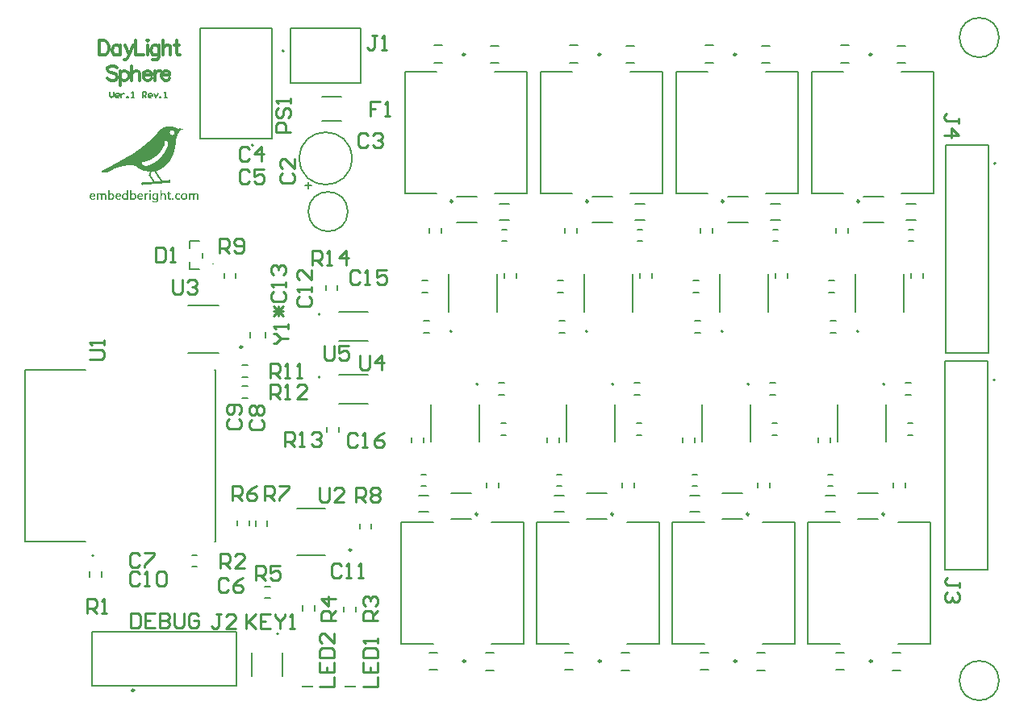
<source format=gbr>
G04*
G04 #@! TF.GenerationSoftware,Altium Limited,Altium Designer,24.0.1 (36)*
G04*
G04 Layer_Color=65535*
%FSLAX25Y25*%
%MOIN*%
G70*
G04*
G04 #@! TF.SameCoordinates,A2E01C4A-C41F-4235-85C4-DC12FCC8AE1E*
G04*
G04*
G04 #@! TF.FilePolarity,Positive*
G04*
G01*
G75*
%ADD10C,0.00500*%
%ADD11C,0.00787*%
%ADD12C,0.00984*%
%ADD13C,0.00600*%
%ADD14C,0.01200*%
%ADD15C,0.01000*%
%ADD16R,0.04724X0.00787*%
G36*
X240280Y443080D02*
X240451D01*
Y443023D01*
X241077D01*
Y442966D01*
X241248D01*
Y442909D01*
X241590D01*
Y442852D01*
X241818D01*
Y442795D01*
X241932D01*
Y442738D01*
X242160D01*
Y442681D01*
X242274D01*
Y442624D01*
X242388D01*
Y442567D01*
X242502D01*
Y442510D01*
X242616D01*
Y442453D01*
X242730D01*
Y442396D01*
X242787D01*
Y442339D01*
X242901D01*
Y442282D01*
X243243D01*
Y442339D01*
X243584D01*
Y442396D01*
X244268D01*
Y442339D01*
X244610D01*
Y442282D01*
X244667D01*
Y442225D01*
X244781D01*
Y442168D01*
X244895D01*
Y442111D01*
X244952D01*
Y442054D01*
X245009D01*
Y441997D01*
X244781D01*
Y441940D01*
X244496D01*
Y441883D01*
X244382D01*
Y441826D01*
X244268D01*
Y441769D01*
X244211D01*
Y441712D01*
X244154D01*
Y441655D01*
X244040D01*
Y441598D01*
X243983D01*
Y441541D01*
X243926D01*
Y441484D01*
X243869D01*
Y441427D01*
X243812D01*
Y441370D01*
X243756D01*
Y441256D01*
X243641D01*
Y441142D01*
X243584D01*
Y441028D01*
X243528D01*
Y440971D01*
X243471D01*
Y440914D01*
X243414D01*
Y440800D01*
X243357D01*
Y440686D01*
X243300D01*
Y440629D01*
X243243D01*
Y440516D01*
X243186D01*
Y440458D01*
X243129D01*
Y440345D01*
X243072D01*
Y440231D01*
X243015D01*
Y440174D01*
X242958D01*
Y439946D01*
X242901D01*
Y439889D01*
X242844D01*
Y439775D01*
X242787D01*
Y439604D01*
X242730D01*
Y439490D01*
X242673D01*
Y439319D01*
X242616D01*
Y439148D01*
X242559D01*
Y438920D01*
X242502D01*
Y438749D01*
X242445D01*
Y438578D01*
X242388D01*
Y438293D01*
X242331D01*
Y438122D01*
X242274D01*
Y437667D01*
X242217D01*
Y437382D01*
X242160D01*
Y437097D01*
X242103D01*
Y436356D01*
X242046D01*
Y436014D01*
X241989D01*
Y435387D01*
X241932D01*
Y435103D01*
X241875D01*
Y434818D01*
X241818D01*
Y434419D01*
X241761D01*
Y434305D01*
X241704D01*
Y433792D01*
X241647D01*
Y433735D01*
X241590D01*
Y433336D01*
X241533D01*
Y433222D01*
X241476D01*
Y433108D01*
X241419D01*
Y432709D01*
X241362D01*
Y432652D01*
X241305D01*
Y432368D01*
X241248D01*
Y432310D01*
X241191D01*
Y432083D01*
X241134D01*
Y431969D01*
X241077D01*
Y431855D01*
X241020D01*
Y431627D01*
X240964D01*
Y431570D01*
X240907D01*
Y431285D01*
X240849D01*
Y431171D01*
X240793D01*
Y431114D01*
X240736D01*
Y430886D01*
X240679D01*
Y430829D01*
X240622D01*
Y430658D01*
X240565D01*
Y430601D01*
X240508D01*
Y430373D01*
X240451D01*
Y430316D01*
X240394D01*
Y430202D01*
X240337D01*
Y430088D01*
X240280D01*
Y430031D01*
X240223D01*
Y429860D01*
X240166D01*
Y429803D01*
X240109D01*
Y429690D01*
X240052D01*
Y429575D01*
X239995D01*
Y429519D01*
X239938D01*
Y429405D01*
X239881D01*
Y429348D01*
X239824D01*
Y429234D01*
X239767D01*
Y429177D01*
X239710D01*
Y429063D01*
X239653D01*
Y428949D01*
X239539D01*
Y428835D01*
X239482D01*
Y428721D01*
X239425D01*
Y428664D01*
X239368D01*
Y428607D01*
X239311D01*
Y428550D01*
X239254D01*
Y428436D01*
X239197D01*
Y428379D01*
X239140D01*
Y428322D01*
X239083D01*
Y428265D01*
X239026D01*
Y428151D01*
X238969D01*
Y428094D01*
X238912D01*
Y428037D01*
X238855D01*
Y427980D01*
X238798D01*
Y427923D01*
X238741D01*
Y427866D01*
X238684D01*
Y427752D01*
X238627D01*
Y427695D01*
X238570D01*
Y427638D01*
X238513D01*
Y427581D01*
X238456D01*
Y427524D01*
X238399D01*
Y427467D01*
X238342D01*
Y427410D01*
X238285D01*
Y427353D01*
X238229D01*
Y427296D01*
X238172D01*
Y427239D01*
X238115D01*
Y427182D01*
X238058D01*
Y427125D01*
X238001D01*
Y427068D01*
X237944D01*
Y427011D01*
X237887D01*
Y426954D01*
X237830D01*
Y426897D01*
X237716D01*
Y426840D01*
X237659D01*
Y426784D01*
X237602D01*
Y426726D01*
X237545D01*
Y426670D01*
X237488D01*
Y426613D01*
X237431D01*
Y426556D01*
X237374D01*
Y426499D01*
X237260D01*
Y426442D01*
X237203D01*
Y426385D01*
X237146D01*
Y426328D01*
X237032D01*
Y426271D01*
X236975D01*
Y426214D01*
X236918D01*
Y426157D01*
X236861D01*
Y426100D01*
X236747D01*
Y426043D01*
X236633D01*
Y425986D01*
X236576D01*
Y425929D01*
X236462D01*
Y425872D01*
X236405D01*
Y425815D01*
X236291D01*
Y425758D01*
X236234D01*
Y425701D01*
X236120D01*
Y425644D01*
X236063D01*
Y425587D01*
X235949D01*
Y425530D01*
X235835D01*
Y425473D01*
X235778D01*
Y425416D01*
X235608D01*
Y425359D01*
X235493D01*
Y425302D01*
X235380D01*
Y425245D01*
X235266D01*
Y425188D01*
X235152D01*
Y425131D01*
X234981D01*
Y425074D01*
X234924D01*
Y425017D01*
X234696D01*
Y424960D01*
X234582D01*
Y424903D01*
X234468D01*
Y424846D01*
X234126D01*
Y424789D01*
X234069D01*
Y424732D01*
X234012D01*
Y424561D01*
X234069D01*
Y424504D01*
X234126D01*
Y424390D01*
X234183D01*
Y424333D01*
X234240D01*
Y424219D01*
X234297D01*
Y424162D01*
X234354D01*
Y424049D01*
X234411D01*
Y423935D01*
X234468D01*
Y423878D01*
X234525D01*
Y423821D01*
X234582D01*
Y423707D01*
X234639D01*
Y423593D01*
X234696D01*
Y423536D01*
X234753D01*
Y423422D01*
X234810D01*
Y423365D01*
X234867D01*
Y423251D01*
X234924D01*
Y423137D01*
X234981D01*
Y423080D01*
X235038D01*
Y422966D01*
X235095D01*
Y422909D01*
X235152D01*
Y422795D01*
X235209D01*
Y422738D01*
X235266D01*
Y422624D01*
X235323D01*
Y422510D01*
X235380D01*
Y422453D01*
X235437D01*
Y422396D01*
X235493D01*
Y422282D01*
X235550D01*
Y422168D01*
X235608D01*
Y422111D01*
X235664D01*
Y421997D01*
X235721D01*
Y421940D01*
X235778D01*
Y421883D01*
X235835D01*
Y421712D01*
X235892D01*
Y421655D01*
X235949D01*
Y421598D01*
X236006D01*
Y421485D01*
X236063D01*
Y421427D01*
X236120D01*
Y421313D01*
X236177D01*
Y421256D01*
X236234D01*
Y421143D01*
X236291D01*
Y421029D01*
X236348D01*
Y420972D01*
X236405D01*
Y420858D01*
X236519D01*
Y420801D01*
X236576D01*
Y420744D01*
X236918D01*
Y420801D01*
X237431D01*
Y420858D01*
X238058D01*
Y420915D01*
X238855D01*
Y420972D01*
X239254D01*
Y421029D01*
X239767D01*
Y420972D01*
X239824D01*
Y420630D01*
X239881D01*
Y420345D01*
X239938D01*
Y420003D01*
X239881D01*
Y419946D01*
X238912D01*
Y419889D01*
X238513D01*
Y419832D01*
X237716D01*
Y419775D01*
X237032D01*
Y419718D01*
X236576D01*
Y419661D01*
X235550D01*
Y419604D01*
X235266D01*
Y419547D01*
X234240D01*
Y419490D01*
X233784D01*
Y419433D01*
X233157D01*
Y419376D01*
X232303D01*
Y419319D01*
X231961D01*
Y419262D01*
X230878D01*
Y419205D01*
X230479D01*
Y419148D01*
X229739D01*
Y419091D01*
X228998D01*
Y419034D01*
X228599D01*
Y418977D01*
X228029D01*
Y419034D01*
X227972D01*
Y419490D01*
X227915D01*
Y419946D01*
X227972D01*
Y420003D01*
X228143D01*
Y420060D01*
X229112D01*
Y420117D01*
X229568D01*
Y420174D01*
X230194D01*
Y420231D01*
X231049D01*
Y420288D01*
X231334D01*
Y420345D01*
X232417D01*
Y420402D01*
X232531D01*
Y420459D01*
X232588D01*
Y420516D01*
X232531D01*
Y420630D01*
X232474D01*
Y420687D01*
X232417D01*
Y420801D01*
X232360D01*
Y420858D01*
X232303D01*
Y420972D01*
X232246D01*
Y421029D01*
X232189D01*
Y421143D01*
X232132D01*
Y421200D01*
X232075D01*
Y421313D01*
X232018D01*
Y421427D01*
X231961D01*
Y421485D01*
X231904D01*
Y421598D01*
X231847D01*
Y421655D01*
X231790D01*
Y421769D01*
X231733D01*
Y421883D01*
X231676D01*
Y421940D01*
X231619D01*
Y422054D01*
X231562D01*
Y422111D01*
X231505D01*
Y422225D01*
X231448D01*
Y422282D01*
X231391D01*
Y422396D01*
X231334D01*
Y422510D01*
X231277D01*
Y422567D01*
X231220D01*
Y422681D01*
X231163D01*
Y422738D01*
X231106D01*
Y422852D01*
X231049D01*
Y422909D01*
X230992D01*
Y422966D01*
X230935D01*
Y423251D01*
X230992D01*
Y423422D01*
X231049D01*
Y423593D01*
X231106D01*
Y423707D01*
X231163D01*
Y423821D01*
X231220D01*
Y424049D01*
X231277D01*
Y424162D01*
X231334D01*
Y424333D01*
X231391D01*
Y424561D01*
X231220D01*
Y424618D01*
X231163D01*
Y424561D01*
X230935D01*
Y424618D01*
X230365D01*
Y424675D01*
X230024D01*
Y424732D01*
X229625D01*
Y424789D01*
X229283D01*
Y424846D01*
X229055D01*
Y424903D01*
X228827D01*
Y424960D01*
X228656D01*
Y425017D01*
X228428D01*
Y425074D01*
X228314D01*
Y425131D01*
X228086D01*
Y425188D01*
X227972D01*
Y425245D01*
X227801D01*
Y425302D01*
X227687D01*
Y425359D01*
X227573D01*
Y425416D01*
X227402D01*
Y425473D01*
X227345D01*
Y425530D01*
X227174D01*
Y425587D01*
X227118D01*
Y425644D01*
X227061D01*
Y425701D01*
X226890D01*
Y425758D01*
X226776D01*
Y425815D01*
X226719D01*
Y425872D01*
X226662D01*
Y425929D01*
X226548D01*
Y425986D01*
X226434D01*
Y426043D01*
X226377D01*
Y426100D01*
X226320D01*
Y426157D01*
X226206D01*
Y426214D01*
X226149D01*
Y426271D01*
X226092D01*
Y426328D01*
X226035D01*
Y426385D01*
X225978D01*
Y426442D01*
X225921D01*
Y426499D01*
X225864D01*
Y426556D01*
X225807D01*
Y426613D01*
X225750D01*
Y426670D01*
X225693D01*
Y426726D01*
X225636D01*
Y426784D01*
X225522D01*
Y426840D01*
X225465D01*
Y426897D01*
X225237D01*
Y426954D01*
X225009D01*
Y427011D01*
X224781D01*
Y427068D01*
X224440D01*
Y427125D01*
X224212D01*
Y427182D01*
X222331D01*
Y427125D01*
X221989D01*
Y427068D01*
X221477D01*
Y427011D01*
X221192D01*
Y426954D01*
X220850D01*
Y426897D01*
X220451D01*
Y426840D01*
X220280D01*
Y426784D01*
X219881D01*
Y426726D01*
X219710D01*
Y426670D01*
X219425D01*
Y426613D01*
X219197D01*
Y426556D01*
X218969D01*
Y426499D01*
X218742D01*
Y426442D01*
X218571D01*
Y426385D01*
X218400D01*
Y426328D01*
X218229D01*
Y426271D01*
X218115D01*
Y426214D01*
X217887D01*
Y426157D01*
X217716D01*
Y426100D01*
X217545D01*
Y426043D01*
X217374D01*
Y425986D01*
X217260D01*
Y425929D01*
X217089D01*
Y425872D01*
X216975D01*
Y425815D01*
X216861D01*
Y425758D01*
X216747D01*
Y425701D01*
X216633D01*
Y425644D01*
X216576D01*
Y425587D01*
X216462D01*
Y425530D01*
X216349D01*
Y425473D01*
X216291D01*
Y425416D01*
X216121D01*
Y425359D01*
X216064D01*
Y425302D01*
X215950D01*
Y425245D01*
X215893D01*
Y425188D01*
X215779D01*
Y425131D01*
X215608D01*
Y425074D01*
X215551D01*
Y425017D01*
X215437D01*
Y424960D01*
X215380D01*
Y424903D01*
X215266D01*
Y424846D01*
X215152D01*
Y424789D01*
X215095D01*
Y424732D01*
X214924D01*
Y424675D01*
X214810D01*
Y424618D01*
X214696D01*
Y424561D01*
X214582D01*
Y424504D01*
X214525D01*
Y424447D01*
X214297D01*
Y424390D01*
X214240D01*
Y424333D01*
X214012D01*
Y424276D01*
X213898D01*
Y424219D01*
X213784D01*
Y424162D01*
X213499D01*
Y424106D01*
X213386D01*
Y424049D01*
X211961D01*
Y424106D01*
X211790D01*
Y424162D01*
X211676D01*
Y424219D01*
X211562D01*
Y424276D01*
X211505D01*
Y424333D01*
X211448D01*
Y424390D01*
X211391D01*
Y424732D01*
X211505D01*
Y424789D01*
X211562D01*
Y424846D01*
X211619D01*
Y424903D01*
X211676D01*
Y424960D01*
X211790D01*
Y425017D01*
X211847D01*
Y425074D01*
X211961D01*
Y425131D01*
X212018D01*
Y425188D01*
X212075D01*
Y425245D01*
X212246D01*
Y425302D01*
X212360D01*
Y425359D01*
X212417D01*
Y425416D01*
X212588D01*
Y425473D01*
X212645D01*
Y425530D01*
X212873D01*
Y425587D01*
X212930D01*
Y425644D01*
X213101D01*
Y425701D01*
X213215D01*
Y425758D01*
X213272D01*
Y425815D01*
X213443D01*
Y425872D01*
X213499D01*
Y425929D01*
X213670D01*
Y425986D01*
X213727D01*
Y426043D01*
X213841D01*
Y426100D01*
X214012D01*
Y426157D01*
X214069D01*
Y426214D01*
X214240D01*
Y426271D01*
X214297D01*
Y426328D01*
X214411D01*
Y426385D01*
X214525D01*
Y426442D01*
X214639D01*
Y426499D01*
X214753D01*
Y426556D01*
X214867D01*
Y426613D01*
X214981D01*
Y426670D01*
X215038D01*
Y426726D01*
X215152D01*
Y426784D01*
X215266D01*
Y426840D01*
X215323D01*
Y426897D01*
X215494D01*
Y426954D01*
X215551D01*
Y427011D01*
X215665D01*
Y427068D01*
X215836D01*
Y427125D01*
X215893D01*
Y427182D01*
X216007D01*
Y427239D01*
X216121D01*
Y427296D01*
X216234D01*
Y427353D01*
X216291D01*
Y427410D01*
X216406D01*
Y427467D01*
X216519D01*
Y427524D01*
X216633D01*
Y427581D01*
X216747D01*
Y427638D01*
X216804D01*
Y427695D01*
X216975D01*
Y427752D01*
X217032D01*
Y427809D01*
X217146D01*
Y427866D01*
X217260D01*
Y427923D01*
X217317D01*
Y427980D01*
X217488D01*
Y428037D01*
X217545D01*
Y428094D01*
X217659D01*
Y428151D01*
X217773D01*
Y428208D01*
X217887D01*
Y428265D01*
X218001D01*
Y428322D01*
X218058D01*
Y428379D01*
X218229D01*
Y428436D01*
X218286D01*
Y428493D01*
X218400D01*
Y428550D01*
X218514D01*
Y428607D01*
X218628D01*
Y428664D01*
X218742D01*
Y428721D01*
X218856D01*
Y428778D01*
X218913D01*
Y428835D01*
X219026D01*
Y428892D01*
X219141D01*
Y428949D01*
X219254D01*
Y429006D01*
X219311D01*
Y429063D01*
X219425D01*
Y429120D01*
X219539D01*
Y429177D01*
X219653D01*
Y429234D01*
X219767D01*
Y429291D01*
X219824D01*
Y429348D01*
X219938D01*
Y429405D01*
X220052D01*
Y429461D01*
X220166D01*
Y429519D01*
X220280D01*
Y429575D01*
X220337D01*
Y429633D01*
X220451D01*
Y429690D01*
X220565D01*
Y429746D01*
X220679D01*
Y429803D01*
X220736D01*
Y429860D01*
X220850D01*
Y429917D01*
X220964D01*
Y429974D01*
X221021D01*
Y430031D01*
X221192D01*
Y430088D01*
X221249D01*
Y430145D01*
X221363D01*
Y430202D01*
X221477D01*
Y430259D01*
X221534D01*
Y430316D01*
X221648D01*
Y430373D01*
X221761D01*
Y430430D01*
X221876D01*
Y430487D01*
X221989D01*
Y430544D01*
X222046D01*
Y430601D01*
X222217D01*
Y430658D01*
X222274D01*
Y430715D01*
X222388D01*
Y430772D01*
X222502D01*
Y430829D01*
X222559D01*
Y430886D01*
X222673D01*
Y430943D01*
X222787D01*
Y431000D01*
X222901D01*
Y431057D01*
X222958D01*
Y431114D01*
X223072D01*
Y431171D01*
X223186D01*
Y431228D01*
X223243D01*
Y431285D01*
X223357D01*
Y431342D01*
X223414D01*
Y431399D01*
X223528D01*
Y431456D01*
X223585D01*
Y431513D01*
X223699D01*
Y431570D01*
X223813D01*
Y431627D01*
X223870D01*
Y431684D01*
X224041D01*
Y431741D01*
X224098D01*
Y431798D01*
X224212D01*
Y431855D01*
X224326D01*
Y431912D01*
X224383D01*
Y431969D01*
X224497D01*
Y432026D01*
X224553D01*
Y432083D01*
X224668D01*
Y432140D01*
X224781D01*
Y432197D01*
X224838D01*
Y432254D01*
X224952D01*
Y432310D01*
X225009D01*
Y432368D01*
X225123D01*
Y432424D01*
X225180D01*
Y432481D01*
X225294D01*
Y432538D01*
X225351D01*
Y432595D01*
X225408D01*
Y432652D01*
X225579D01*
Y432709D01*
X225636D01*
Y432766D01*
X225693D01*
Y432823D01*
X225750D01*
Y432880D01*
X225864D01*
Y432937D01*
X225921D01*
Y432994D01*
X225978D01*
Y433051D01*
X226092D01*
Y433108D01*
X226149D01*
Y433165D01*
X226263D01*
Y433222D01*
X226320D01*
Y433279D01*
X226377D01*
Y433336D01*
X226491D01*
Y433393D01*
X226548D01*
Y433450D01*
X226662D01*
Y433507D01*
X226719D01*
Y433564D01*
X226776D01*
Y433621D01*
X226833D01*
Y433678D01*
X226947D01*
Y433735D01*
X227004D01*
Y433792D01*
X227061D01*
Y433849D01*
X227174D01*
Y433906D01*
X227289D01*
Y433963D01*
X227345D01*
Y434020D01*
X227402D01*
Y434077D01*
X227459D01*
Y434134D01*
X227573D01*
Y434191D01*
X227630D01*
Y434248D01*
X227687D01*
Y434305D01*
X227801D01*
Y434362D01*
X227858D01*
Y434419D01*
X227915D01*
Y434476D01*
X227972D01*
Y434533D01*
X228029D01*
Y434590D01*
X228143D01*
Y434647D01*
X228200D01*
Y434704D01*
X228257D01*
Y434761D01*
X228314D01*
Y434818D01*
X228428D01*
Y434875D01*
X228485D01*
Y434932D01*
X228542D01*
Y434988D01*
X228599D01*
Y435045D01*
X228656D01*
Y435103D01*
X228770D01*
Y435159D01*
X228827D01*
Y435216D01*
X228884D01*
Y435273D01*
X228998D01*
Y435330D01*
X229055D01*
Y435387D01*
X229112D01*
Y435444D01*
X229169D01*
Y435501D01*
X229283D01*
Y435558D01*
X229340D01*
Y435615D01*
X229397D01*
Y435672D01*
X229454D01*
Y435729D01*
X229511D01*
Y435786D01*
X229568D01*
Y435843D01*
X229625D01*
Y435900D01*
X229739D01*
Y435957D01*
X229796D01*
Y436014D01*
X229853D01*
Y436071D01*
X229966D01*
Y436185D01*
X230081D01*
Y436242D01*
X230137D01*
Y436299D01*
X230194D01*
Y436356D01*
X230251D01*
Y436413D01*
X230308D01*
Y436470D01*
X230422D01*
Y436527D01*
X230479D01*
Y436584D01*
X230536D01*
Y436641D01*
X230593D01*
Y436698D01*
X230707D01*
Y436755D01*
X230764D01*
Y436812D01*
X230821D01*
Y436869D01*
X230878D01*
Y436926D01*
X230935D01*
Y436983D01*
X231049D01*
Y437040D01*
X231106D01*
Y437097D01*
X231163D01*
Y437154D01*
X231220D01*
Y437211D01*
X231277D01*
Y437268D01*
X231334D01*
Y437325D01*
X231391D01*
Y437382D01*
X231448D01*
Y437439D01*
X231562D01*
Y437496D01*
X231619D01*
Y437553D01*
X231676D01*
Y437610D01*
X231733D01*
Y437667D01*
X231847D01*
Y437723D01*
X231904D01*
Y437781D01*
X231961D01*
Y437838D01*
X232018D01*
Y437894D01*
X232075D01*
Y437951D01*
X232132D01*
Y438008D01*
X232189D01*
Y438065D01*
X232303D01*
Y438122D01*
X232360D01*
Y438179D01*
X232417D01*
Y438236D01*
X232474D01*
Y438293D01*
X232531D01*
Y438350D01*
X232588D01*
Y438407D01*
X232701D01*
Y438464D01*
X232758D01*
Y438521D01*
X232816D01*
Y438578D01*
X232873D01*
Y438635D01*
X232929D01*
Y438692D01*
X232986D01*
Y438749D01*
X233043D01*
Y438806D01*
X233100D01*
Y438863D01*
X233157D01*
Y438920D01*
X233214D01*
Y438977D01*
X233271D01*
Y439034D01*
X233328D01*
Y439091D01*
X233385D01*
Y439148D01*
X233442D01*
Y439205D01*
X233499D01*
Y439262D01*
X233556D01*
Y439376D01*
X233613D01*
Y439433D01*
X233670D01*
Y439547D01*
X233727D01*
Y439604D01*
X233784D01*
Y439661D01*
X233841D01*
Y439775D01*
X233898D01*
Y439832D01*
X233955D01*
Y439946D01*
X234012D01*
Y440003D01*
X234069D01*
Y440060D01*
X234126D01*
Y440117D01*
X234183D01*
Y440231D01*
X234240D01*
Y440288D01*
X234297D01*
Y440345D01*
X234354D01*
Y440458D01*
X234411D01*
Y440516D01*
X234468D01*
Y440573D01*
X234525D01*
Y440629D01*
X234582D01*
Y440686D01*
X234639D01*
Y440800D01*
X234696D01*
Y440857D01*
X234753D01*
Y440914D01*
X234810D01*
Y440971D01*
X234867D01*
Y441028D01*
X234924D01*
Y441085D01*
X234981D01*
Y441142D01*
X235038D01*
Y441199D01*
X235095D01*
Y441256D01*
X235152D01*
Y441313D01*
X235209D01*
Y441370D01*
X235266D01*
Y441427D01*
X235323D01*
Y441484D01*
X235380D01*
Y441541D01*
X235437D01*
Y441598D01*
X235493D01*
Y441655D01*
X235550D01*
Y441712D01*
X235608D01*
Y441769D01*
X235664D01*
Y441826D01*
X235721D01*
Y441883D01*
X235835D01*
Y441940D01*
X235892D01*
Y441997D01*
X235949D01*
Y442054D01*
X236006D01*
Y442111D01*
X236120D01*
Y442168D01*
X236177D01*
Y442225D01*
X236234D01*
Y442282D01*
X236348D01*
Y442339D01*
X236405D01*
Y442396D01*
X236462D01*
Y442453D01*
X236633D01*
Y442510D01*
X236690D01*
Y442567D01*
X236747D01*
Y442624D01*
X236918D01*
Y442681D01*
X236975D01*
Y442738D01*
X237203D01*
Y442795D01*
X237260D01*
Y442852D01*
X237431D01*
Y442909D01*
X237659D01*
Y442966D01*
X237773D01*
Y443023D01*
X238115D01*
Y443080D01*
X238229D01*
Y443137D01*
X240280D01*
Y443080D01*
D02*
G37*
G36*
X231489Y416790D02*
X231528Y416784D01*
X231566Y416771D01*
X231605Y416758D01*
X231651Y416732D01*
X231690Y416700D01*
X231696Y416693D01*
X231709Y416680D01*
X231722Y416661D01*
X231748Y416635D01*
X231767Y416596D01*
X231780Y416557D01*
X231793Y416511D01*
X231800Y416460D01*
Y416453D01*
Y416434D01*
X231793Y416408D01*
X231787Y416375D01*
X231774Y416337D01*
X231754Y416298D01*
X231728Y416259D01*
X231690Y416220D01*
X231683Y416214D01*
X231670Y416207D01*
X231651Y416188D01*
X231618Y416175D01*
X231579Y416155D01*
X231540Y416136D01*
X231489Y416129D01*
X231437Y416123D01*
X231411D01*
X231385Y416129D01*
X231353Y416136D01*
X231268Y416162D01*
X231223Y416181D01*
X231184Y416214D01*
X231178Y416220D01*
X231171Y416233D01*
X231152Y416252D01*
X231132Y416278D01*
X231113Y416317D01*
X231100Y416356D01*
X231087Y416408D01*
X231080Y416460D01*
Y416466D01*
Y416486D01*
X231087Y416511D01*
X231093Y416544D01*
X231106Y416583D01*
X231126Y416622D01*
X231152Y416661D01*
X231184Y416700D01*
X231191Y416706D01*
X231204Y416712D01*
X231223Y416732D01*
X231255Y416751D01*
X231294Y416764D01*
X231333Y416784D01*
X231385Y416790D01*
X231437Y416797D01*
X231463D01*
X231489Y416790D01*
D02*
G37*
G36*
X222449Y412941D02*
X221853D01*
Y413382D01*
X221840D01*
Y413375D01*
X221827Y413362D01*
X221808Y413336D01*
X221788Y413304D01*
X221756Y413265D01*
X221717Y413226D01*
X221672Y413181D01*
X221620Y413135D01*
X221561Y413084D01*
X221497Y413038D01*
X221425Y412999D01*
X221347Y412960D01*
X221257Y412928D01*
X221166Y412902D01*
X221062Y412889D01*
X220952Y412883D01*
X220907D01*
X220874Y412889D01*
X220829Y412896D01*
X220784Y412902D01*
X220673Y412928D01*
X220550Y412967D01*
X220421Y413032D01*
X220356Y413071D01*
X220291Y413116D01*
X220233Y413174D01*
X220175Y413233D01*
Y413239D01*
X220162Y413252D01*
X220149Y413272D01*
X220129Y413298D01*
X220110Y413330D01*
X220084Y413375D01*
X220058Y413427D01*
X220032Y413485D01*
X220000Y413550D01*
X219974Y413622D01*
X219948Y413699D01*
X219928Y413784D01*
X219909Y413874D01*
X219896Y413978D01*
X219889Y414081D01*
X219883Y414192D01*
Y414198D01*
Y414218D01*
Y414256D01*
X219889Y414302D01*
X219896Y414354D01*
X219902Y414419D01*
X219909Y414490D01*
X219922Y414568D01*
X219961Y414736D01*
X220019Y414911D01*
X220058Y414995D01*
X220103Y415079D01*
X220149Y415157D01*
X220207Y415235D01*
X220214Y415241D01*
X220220Y415254D01*
X220239Y415274D01*
X220265Y415300D01*
X220298Y415326D01*
X220337Y415358D01*
X220382Y415397D01*
X220434Y415436D01*
X220557Y415507D01*
X220706Y415572D01*
X220790Y415591D01*
X220874Y415611D01*
X220972Y415624D01*
X221069Y415630D01*
X221121D01*
X221153Y415624D01*
X221198Y415617D01*
X221250Y415611D01*
X221367Y415578D01*
X221490Y415527D01*
X221555Y415494D01*
X221620Y415449D01*
X221678Y415404D01*
X221736Y415345D01*
X221795Y415280D01*
X221840Y415203D01*
X221853D01*
Y416835D01*
X222449D01*
Y412941D01*
D02*
G37*
G36*
X250670Y415624D02*
X250728Y415611D01*
X250793Y415598D01*
X250864Y415572D01*
X250948Y415540D01*
X251026Y415494D01*
X251110Y415442D01*
X251188Y415371D01*
X251259Y415280D01*
X251324Y415177D01*
X251382Y415060D01*
X251421Y414911D01*
X251453Y414749D01*
X251460Y414561D01*
Y412941D01*
X250864D01*
Y414373D01*
Y414380D01*
Y414393D01*
Y414412D01*
Y414438D01*
X250857Y414516D01*
X250851Y414606D01*
X250838Y414704D01*
X250812Y414801D01*
X250786Y414892D01*
X250747Y414969D01*
X250741Y414976D01*
X250728Y415002D01*
X250695Y415028D01*
X250657Y415066D01*
X250598Y415099D01*
X250533Y415131D01*
X250456Y415151D01*
X250358Y415157D01*
X250345D01*
X250320Y415151D01*
X250274Y415144D01*
X250216Y415131D01*
X250157Y415099D01*
X250086Y415060D01*
X250022Y415002D01*
X249957Y414924D01*
X249950Y414911D01*
X249931Y414885D01*
X249905Y414833D01*
X249879Y414768D01*
X249847Y414684D01*
X249821Y414587D01*
X249801Y414477D01*
X249795Y414360D01*
Y412941D01*
X249199D01*
Y414419D01*
Y414425D01*
Y414451D01*
Y414490D01*
X249192Y414535D01*
X249186Y414587D01*
X249173Y414652D01*
X249134Y414788D01*
X249108Y414859D01*
X249075Y414924D01*
X249030Y414989D01*
X248978Y415041D01*
X248920Y415092D01*
X248849Y415125D01*
X248771Y415151D01*
X248680Y415157D01*
X248667D01*
X248641Y415151D01*
X248596Y415144D01*
X248538Y415131D01*
X248473Y415099D01*
X248408Y415060D01*
X248343Y415008D01*
X248278Y414930D01*
X248272Y414918D01*
X248252Y414892D01*
X248226Y414840D01*
X248201Y414775D01*
X248175Y414697D01*
X248149Y414600D01*
X248129Y414483D01*
X248123Y414360D01*
Y412941D01*
X247527D01*
Y415572D01*
X248123D01*
Y415151D01*
X248136D01*
X248142Y415157D01*
X248149Y415170D01*
X248168Y415196D01*
X248188Y415229D01*
X248220Y415261D01*
X248252Y415300D01*
X248350Y415390D01*
X248466Y415481D01*
X248609Y415553D01*
X248687Y415585D01*
X248771Y415611D01*
X248868Y415624D01*
X248965Y415630D01*
X249011D01*
X249062Y415624D01*
X249127Y415611D01*
X249199Y415591D01*
X249283Y415565D01*
X249360Y415533D01*
X249438Y415481D01*
X249445Y415475D01*
X249471Y415455D01*
X249510Y415423D01*
X249555Y415378D01*
X249600Y415319D01*
X249646Y415254D01*
X249691Y415177D01*
X249723Y415086D01*
X249730Y415092D01*
X249736Y415112D01*
X249756Y415138D01*
X249775Y415170D01*
X249808Y415215D01*
X249847Y415261D01*
X249892Y415306D01*
X249944Y415358D01*
X250002Y415410D01*
X250067Y415455D01*
X250138Y415507D01*
X250216Y415546D01*
X250300Y415578D01*
X250391Y415604D01*
X250488Y415624D01*
X250592Y415630D01*
X250631D01*
X250670Y415624D01*
D02*
G37*
G36*
X212574D02*
X212632Y415611D01*
X212697Y415598D01*
X212768Y415572D01*
X212852Y415540D01*
X212930Y415494D01*
X213014Y415442D01*
X213092Y415371D01*
X213163Y415280D01*
X213228Y415177D01*
X213286Y415060D01*
X213325Y414911D01*
X213358Y414749D01*
X213364Y414561D01*
Y412941D01*
X212768D01*
Y414373D01*
Y414380D01*
Y414393D01*
Y414412D01*
Y414438D01*
X212761Y414516D01*
X212755Y414606D01*
X212742Y414704D01*
X212716Y414801D01*
X212690Y414892D01*
X212651Y414969D01*
X212645Y414976D01*
X212632Y415002D01*
X212599Y415028D01*
X212561Y415066D01*
X212502Y415099D01*
X212438Y415131D01*
X212360Y415151D01*
X212263Y415157D01*
X212249D01*
X212224Y415151D01*
X212178Y415144D01*
X212120Y415131D01*
X212062Y415099D01*
X211990Y415060D01*
X211926Y415002D01*
X211861Y414924D01*
X211854Y414911D01*
X211835Y414885D01*
X211809Y414833D01*
X211783Y414768D01*
X211751Y414684D01*
X211725Y414587D01*
X211705Y414477D01*
X211699Y414360D01*
Y412941D01*
X211103D01*
Y414419D01*
Y414425D01*
Y414451D01*
Y414490D01*
X211096Y414535D01*
X211090Y414587D01*
X211077Y414652D01*
X211038Y414788D01*
X211012Y414859D01*
X210980Y414924D01*
X210934Y414989D01*
X210882Y415041D01*
X210824Y415092D01*
X210753Y415125D01*
X210675Y415151D01*
X210584Y415157D01*
X210571D01*
X210545Y415151D01*
X210500Y415144D01*
X210442Y415131D01*
X210377Y415099D01*
X210312Y415060D01*
X210247Y415008D01*
X210182Y414930D01*
X210176Y414918D01*
X210156Y414892D01*
X210131Y414840D01*
X210105Y414775D01*
X210079Y414697D01*
X210053Y414600D01*
X210033Y414483D01*
X210027Y414360D01*
Y412941D01*
X209431D01*
Y415572D01*
X210027D01*
Y415151D01*
X210040D01*
X210046Y415157D01*
X210053Y415170D01*
X210072Y415196D01*
X210092Y415229D01*
X210124Y415261D01*
X210156Y415300D01*
X210254Y415390D01*
X210370Y415481D01*
X210513Y415553D01*
X210591Y415585D01*
X210675Y415611D01*
X210772Y415624D01*
X210869Y415630D01*
X210915D01*
X210966Y415624D01*
X211031Y415611D01*
X211103Y415591D01*
X211187Y415565D01*
X211265Y415533D01*
X211342Y415481D01*
X211349Y415475D01*
X211375Y415455D01*
X211414Y415423D01*
X211459Y415378D01*
X211504Y415319D01*
X211550Y415254D01*
X211595Y415177D01*
X211628Y415086D01*
X211634Y415092D01*
X211640Y415112D01*
X211660Y415138D01*
X211679Y415170D01*
X211712Y415215D01*
X211751Y415261D01*
X211796Y415306D01*
X211848Y415358D01*
X211906Y415410D01*
X211971Y415455D01*
X212042Y415507D01*
X212120Y415546D01*
X212204Y415578D01*
X212295Y415604D01*
X212392Y415624D01*
X212496Y415630D01*
X212535D01*
X212574Y415624D01*
D02*
G37*
G36*
X230556Y415611D02*
X230640Y415598D01*
X230679Y415585D01*
X230711Y415565D01*
Y415002D01*
X230705Y415008D01*
X230692Y415015D01*
X230666Y415028D01*
X230633Y415047D01*
X230588Y415060D01*
X230536Y415073D01*
X230471Y415079D01*
X230400Y415086D01*
X230387D01*
X230355Y415079D01*
X230309Y415073D01*
X230244Y415054D01*
X230173Y415028D01*
X230102Y414982D01*
X230024Y414924D01*
X229953Y414846D01*
X229946Y414833D01*
X229927Y414801D01*
X229895Y414749D01*
X229869Y414678D01*
X229836Y414580D01*
X229804Y414470D01*
X229784Y414341D01*
X229778Y414198D01*
Y412941D01*
X229182D01*
Y415572D01*
X229778D01*
Y415028D01*
X229791D01*
Y415034D01*
X229797Y415041D01*
X229810Y415073D01*
X229830Y415125D01*
X229856Y415190D01*
X229895Y415254D01*
X229940Y415326D01*
X229992Y415397D01*
X230057Y415462D01*
X230063Y415468D01*
X230089Y415488D01*
X230128Y415514D01*
X230173Y415540D01*
X230238Y415565D01*
X230303Y415591D01*
X230381Y415611D01*
X230465Y415617D01*
X230523D01*
X230556Y415611D01*
D02*
G37*
G36*
X243289Y415624D02*
X243373Y415617D01*
X243477Y415598D01*
X243580Y415578D01*
X243690Y415546D01*
X243794Y415507D01*
Y414950D01*
X243781Y414956D01*
X243749Y414982D01*
X243690Y415015D01*
X243619Y415054D01*
X243535Y415092D01*
X243431Y415125D01*
X243328Y415151D01*
X243211Y415157D01*
X243172D01*
X243146Y415151D01*
X243081Y415144D01*
X242991Y415125D01*
X242894Y415092D01*
X242790Y415047D01*
X242686Y414982D01*
X242589Y414898D01*
X242576Y414885D01*
X242550Y414853D01*
X242511Y414794D01*
X242472Y414723D01*
X242427Y414626D01*
X242388Y414509D01*
X242362Y414380D01*
X242349Y414231D01*
Y414224D01*
Y414211D01*
Y414192D01*
X242356Y414166D01*
X242362Y414088D01*
X242375Y413997D01*
X242407Y413894D01*
X242446Y413784D01*
X242498Y413680D01*
X242576Y413583D01*
X242589Y413570D01*
X242615Y413544D01*
X242667Y413511D01*
X242738Y413466D01*
X242822Y413421D01*
X242926Y413388D01*
X243049Y413362D01*
X243185Y413349D01*
X243217D01*
X243243Y413356D01*
X243302Y413362D01*
X243386Y413375D01*
X243477Y413408D01*
X243580Y413447D01*
X243684Y413498D01*
X243794Y413576D01*
Y413058D01*
X243788D01*
X243781Y413051D01*
X243762Y413045D01*
X243736Y413032D01*
X243671Y412999D01*
X243580Y412973D01*
X243470Y412941D01*
X243347Y412909D01*
X243204Y412889D01*
X243049Y412883D01*
X242991D01*
X242952Y412889D01*
X242900Y412896D01*
X242842Y412902D01*
X242777Y412915D01*
X242712Y412928D01*
X242557Y412973D01*
X242401Y413038D01*
X242317Y413077D01*
X242239Y413129D01*
X242168Y413181D01*
X242096Y413246D01*
X242090Y413252D01*
X242084Y413265D01*
X242064Y413284D01*
X242038Y413310D01*
X242012Y413349D01*
X241986Y413388D01*
X241954Y413440D01*
X241921Y413498D01*
X241883Y413563D01*
X241850Y413634D01*
X241798Y413796D01*
X241753Y413984D01*
X241746Y414088D01*
X241740Y414192D01*
Y414198D01*
Y414218D01*
Y414256D01*
X241746Y414302D01*
X241753Y414354D01*
X241759Y414419D01*
X241772Y414490D01*
X241792Y414568D01*
X241837Y414730D01*
X241870Y414820D01*
X241902Y414904D01*
X241947Y414995D01*
X241999Y415079D01*
X242057Y415157D01*
X242129Y415235D01*
X242135Y415241D01*
X242148Y415254D01*
X242168Y415274D01*
X242200Y415300D01*
X242239Y415326D01*
X242284Y415358D01*
X242343Y415397D01*
X242401Y415436D01*
X242472Y415468D01*
X242550Y415507D01*
X242634Y415540D01*
X242725Y415572D01*
X242829Y415591D01*
X242932Y415611D01*
X243042Y415624D01*
X243159Y415630D01*
X243217D01*
X243289Y415624D01*
D02*
G37*
G36*
X236277Y415131D02*
X236284D01*
X236290Y415138D01*
X236297Y415151D01*
X236316Y415177D01*
X236342Y415209D01*
X236368Y415248D01*
X236407Y415287D01*
X236452Y415332D01*
X236504Y415384D01*
X236562Y415429D01*
X236621Y415475D01*
X236770Y415553D01*
X236854Y415585D01*
X236945Y415611D01*
X237036Y415624D01*
X237139Y415630D01*
X237178D01*
X237217Y415624D01*
X237275Y415611D01*
X237340Y415598D01*
X237418Y415572D01*
X237496Y415540D01*
X237580Y415494D01*
X237658Y415442D01*
X237735Y415371D01*
X237813Y415280D01*
X237878Y415177D01*
X237936Y415060D01*
X237975Y414911D01*
X238007Y414749D01*
X238014Y414561D01*
Y412941D01*
X237418D01*
Y414380D01*
Y414386D01*
Y414412D01*
Y414451D01*
X237411Y414503D01*
X237405Y414561D01*
X237392Y414626D01*
X237353Y414768D01*
X237327Y414840D01*
X237295Y414911D01*
X237249Y414976D01*
X237198Y415034D01*
X237139Y415086D01*
X237068Y415125D01*
X236990Y415151D01*
X236899Y415157D01*
X236887D01*
X236854Y415151D01*
X236809Y415144D01*
X236744Y415131D01*
X236673Y415099D01*
X236601Y415060D01*
X236524Y415008D01*
X236452Y414930D01*
X236446Y414918D01*
X236426Y414892D01*
X236394Y414840D01*
X236368Y414775D01*
X236336Y414691D01*
X236303Y414594D01*
X236284Y414477D01*
X236277Y414354D01*
Y412941D01*
X235675D01*
Y416835D01*
X236277D01*
Y415131D01*
D02*
G37*
G36*
X231728Y412941D02*
X231132D01*
Y415572D01*
X231728D01*
Y412941D01*
D02*
G37*
G36*
X240943Y413570D02*
X240982Y413563D01*
X241021Y413550D01*
X241066Y413531D01*
X241111Y413505D01*
X241150Y413472D01*
X241157Y413466D01*
X241170Y413453D01*
X241183Y413434D01*
X241209Y413401D01*
X241228Y413369D01*
X241241Y413323D01*
X241254Y413278D01*
X241261Y413226D01*
Y413220D01*
Y413200D01*
X241254Y413174D01*
X241248Y413142D01*
X241235Y413103D01*
X241215Y413064D01*
X241189Y413025D01*
X241150Y412986D01*
X241144Y412980D01*
X241131Y412973D01*
X241111Y412954D01*
X241079Y412941D01*
X241040Y412922D01*
X240995Y412902D01*
X240943Y412896D01*
X240885Y412889D01*
X240859D01*
X240833Y412896D01*
X240794Y412902D01*
X240755Y412915D01*
X240710Y412928D01*
X240671Y412954D01*
X240626Y412986D01*
X240619Y412993D01*
X240606Y413006D01*
X240593Y413025D01*
X240574Y413051D01*
X240548Y413090D01*
X240535Y413129D01*
X240522Y413174D01*
X240515Y413226D01*
Y413233D01*
Y413252D01*
X240522Y413278D01*
X240528Y413310D01*
X240541Y413349D01*
X240561Y413388D01*
X240587Y413434D01*
X240626Y413472D01*
X240632Y413479D01*
X240645Y413492D01*
X240671Y413505D01*
X240697Y413524D01*
X240736Y413544D01*
X240781Y413563D01*
X240833Y413570D01*
X240885Y413576D01*
X240911D01*
X240943Y413570D01*
D02*
G37*
G36*
X245719Y415624D02*
X245771Y415617D01*
X245829Y415611D01*
X245894Y415598D01*
X245965Y415585D01*
X246121Y415540D01*
X246283Y415475D01*
X246360Y415436D01*
X246432Y415390D01*
X246509Y415332D01*
X246574Y415267D01*
X246581Y415261D01*
X246587Y415248D01*
X246606Y415229D01*
X246626Y415203D01*
X246658Y415164D01*
X246684Y415118D01*
X246717Y415066D01*
X246749Y415008D01*
X246781Y414937D01*
X246814Y414866D01*
X246846Y414781D01*
X246872Y414691D01*
X246892Y414594D01*
X246911Y414490D01*
X246918Y414380D01*
X246924Y414263D01*
Y414256D01*
Y414237D01*
Y414205D01*
X246918Y414159D01*
X246911Y414108D01*
X246905Y414043D01*
X246892Y413978D01*
X246879Y413900D01*
X246833Y413745D01*
X246801Y413660D01*
X246768Y413576D01*
X246723Y413492D01*
X246671Y413408D01*
X246613Y413330D01*
X246548Y413259D01*
X246542Y413252D01*
X246529Y413246D01*
X246509Y413226D01*
X246483Y413200D01*
X246445Y413174D01*
X246399Y413142D01*
X246347Y413103D01*
X246283Y413071D01*
X246218Y413038D01*
X246140Y412999D01*
X246062Y412967D01*
X245971Y412941D01*
X245874Y412915D01*
X245771Y412902D01*
X245667Y412889D01*
X245550Y412883D01*
X245492D01*
X245447Y412889D01*
X245401Y412896D01*
X245336Y412902D01*
X245272Y412915D01*
X245200Y412928D01*
X245045Y412973D01*
X244883Y413038D01*
X244805Y413077D01*
X244727Y413129D01*
X244650Y413181D01*
X244578Y413246D01*
X244572Y413252D01*
X244565Y413265D01*
X244546Y413284D01*
X244520Y413310D01*
X244494Y413349D01*
X244462Y413395D01*
X244429Y413447D01*
X244397Y413505D01*
X244364Y413576D01*
X244332Y413647D01*
X244300Y413725D01*
X244274Y413816D01*
X244228Y414010D01*
X244222Y414114D01*
X244215Y414224D01*
Y414231D01*
Y414256D01*
Y414289D01*
X244222Y414334D01*
X244228Y414386D01*
X244235Y414451D01*
X244248Y414522D01*
X244261Y414600D01*
X244306Y414768D01*
X244338Y414853D01*
X244377Y414937D01*
X244416Y415021D01*
X244468Y415105D01*
X244526Y415183D01*
X244591Y415254D01*
X244598Y415261D01*
X244611Y415274D01*
X244630Y415287D01*
X244662Y415313D01*
X244701Y415339D01*
X244747Y415371D01*
X244799Y415410D01*
X244863Y415442D01*
X244935Y415475D01*
X245012Y415514D01*
X245097Y415546D01*
X245187Y415572D01*
X245285Y415598D01*
X245388Y415617D01*
X245498Y415624D01*
X245615Y415630D01*
X245673D01*
X245719Y415624D01*
D02*
G37*
G36*
X239498Y415572D02*
X240126D01*
Y415099D01*
X239498D01*
Y413784D01*
Y413770D01*
Y413745D01*
X239504Y413706D01*
X239511Y413654D01*
X239537Y413544D01*
X239556Y413492D01*
X239582Y413447D01*
X239589Y413440D01*
X239602Y413434D01*
X239621Y413414D01*
X239653Y413401D01*
X239692Y413382D01*
X239744Y413362D01*
X239803Y413356D01*
X239867Y413349D01*
X239893D01*
X239919Y413356D01*
X239958Y413362D01*
X240042Y413388D01*
X240081Y413408D01*
X240126Y413440D01*
Y412967D01*
X240120Y412960D01*
X240094Y412954D01*
X240055Y412941D01*
X240010Y412928D01*
X239945Y412909D01*
X239867Y412896D01*
X239777Y412889D01*
X239673Y412883D01*
X239640D01*
X239602Y412889D01*
X239550Y412896D01*
X239492Y412902D01*
X239427Y412922D01*
X239362Y412941D01*
X239291Y412973D01*
X239213Y413012D01*
X239148Y413064D01*
X239083Y413123D01*
X239025Y413194D01*
X238973Y413278D01*
X238934Y413375D01*
X238908Y413485D01*
X238902Y413615D01*
Y415099D01*
X238468D01*
Y415572D01*
X238902D01*
Y416175D01*
X239498Y416350D01*
Y415572D01*
D02*
G37*
G36*
X227581Y415624D02*
X227627Y415617D01*
X227678Y415611D01*
X227795Y415585D01*
X227931Y415546D01*
X228067Y415481D01*
X228138Y415442D01*
X228203Y415397D01*
X228262Y415345D01*
X228320Y415280D01*
X228326Y415274D01*
X228333Y415267D01*
X228346Y415248D01*
X228365Y415215D01*
X228391Y415183D01*
X228417Y415138D01*
X228443Y415092D01*
X228469Y415034D01*
X228495Y414969D01*
X228521Y414898D01*
X228547Y414814D01*
X228573Y414730D01*
X228592Y414639D01*
X228605Y414542D01*
X228618Y414431D01*
Y414321D01*
Y414094D01*
X226823D01*
Y414088D01*
Y414081D01*
Y414062D01*
X226830Y414036D01*
X226836Y413965D01*
X226855Y413887D01*
X226881Y413790D01*
X226927Y413699D01*
X226979Y413609D01*
X227050Y413524D01*
X227063Y413518D01*
X227089Y413492D01*
X227141Y413466D01*
X227205Y413427D01*
X227290Y413395D01*
X227387Y413362D01*
X227503Y413336D01*
X227640Y413330D01*
X227678D01*
X227711Y413336D01*
X227750D01*
X227789Y413343D01*
X227892Y413362D01*
X228015Y413395D01*
X228145Y413434D01*
X228275Y413498D01*
X228411Y413583D01*
Y413103D01*
X228404D01*
X228391Y413097D01*
X228372Y413084D01*
X228346Y413071D01*
X228307Y413051D01*
X228268Y413032D01*
X228216Y413012D01*
X228158Y412993D01*
X228093Y412973D01*
X228022Y412954D01*
X227944Y412935D01*
X227860Y412915D01*
X227672Y412889D01*
X227465Y412883D01*
X227406D01*
X227367Y412889D01*
X227322Y412896D01*
X227264Y412902D01*
X227134Y412928D01*
X226985Y412967D01*
X226836Y413032D01*
X226758Y413077D01*
X226687Y413123D01*
X226616Y413174D01*
X226551Y413239D01*
X226544Y413246D01*
X226538Y413259D01*
X226519Y413278D01*
X226499Y413304D01*
X226473Y413343D01*
X226447Y413388D01*
X226415Y413440D01*
X226389Y413498D01*
X226357Y413563D01*
X226324Y413641D01*
X226298Y413725D01*
X226272Y413816D01*
X226253Y413913D01*
X226233Y414017D01*
X226227Y414127D01*
X226220Y414244D01*
Y414250D01*
Y414269D01*
Y414302D01*
X226227Y414347D01*
X226233Y414399D01*
X226240Y414457D01*
X226253Y414529D01*
X226266Y414600D01*
X226311Y414755D01*
X226376Y414924D01*
X226415Y415008D01*
X226467Y415086D01*
X226519Y415170D01*
X226583Y415241D01*
X226590Y415248D01*
X226603Y415261D01*
X226622Y415280D01*
X226648Y415300D01*
X226687Y415332D01*
X226726Y415365D01*
X226778Y415397D01*
X226836Y415436D01*
X226966Y415507D01*
X227121Y415572D01*
X227205Y415591D01*
X227296Y415611D01*
X227393Y415624D01*
X227490Y415630D01*
X227542D01*
X227581Y415624D01*
D02*
G37*
G36*
X223816Y415105D02*
X223829D01*
X223836Y415112D01*
X223842Y415131D01*
X223862Y415157D01*
X223888Y415190D01*
X223920Y415229D01*
X223959Y415274D01*
X224004Y415319D01*
X224056Y415371D01*
X224114Y415416D01*
X224179Y415462D01*
X224257Y415507D01*
X224335Y415546D01*
X224426Y415585D01*
X224516Y415611D01*
X224613Y415624D01*
X224724Y415630D01*
X224769D01*
X224808Y415624D01*
X224847Y415617D01*
X224899Y415611D01*
X225009Y415585D01*
X225132Y415546D01*
X225261Y415481D01*
X225326Y415442D01*
X225391Y415390D01*
X225449Y415339D01*
X225501Y415274D01*
X225508Y415267D01*
X225514Y415261D01*
X225527Y415235D01*
X225547Y415209D01*
X225566Y415177D01*
X225592Y415131D01*
X225618Y415079D01*
X225644Y415028D01*
X225670Y414963D01*
X225696Y414892D01*
X225722Y414814D01*
X225741Y414730D01*
X225773Y414542D01*
X225786Y414438D01*
Y414328D01*
Y414321D01*
Y414302D01*
Y414263D01*
X225780Y414218D01*
Y414166D01*
X225767Y414101D01*
X225760Y414030D01*
X225747Y413952D01*
X225709Y413784D01*
X225650Y413609D01*
X225618Y413524D01*
X225572Y413440D01*
X225527Y413356D01*
X225469Y413278D01*
X225462Y413272D01*
X225456Y413259D01*
X225436Y413239D01*
X225410Y413220D01*
X225378Y413187D01*
X225339Y413155D01*
X225294Y413116D01*
X225242Y413084D01*
X225119Y413006D01*
X224970Y412948D01*
X224886Y412922D01*
X224801Y412902D01*
X224704Y412889D01*
X224607Y412883D01*
X224555D01*
X224523Y412889D01*
X224477Y412896D01*
X224432Y412909D01*
X224315Y412935D01*
X224192Y412986D01*
X224127Y413025D01*
X224063Y413064D01*
X223998Y413116D01*
X223939Y413174D01*
X223881Y413239D01*
X223829Y413317D01*
X223816D01*
Y412941D01*
X223220D01*
Y416835D01*
X223816D01*
Y415105D01*
D02*
G37*
G36*
X218451Y415624D02*
X218496Y415617D01*
X218548Y415611D01*
X218665Y415585D01*
X218801Y415546D01*
X218937Y415481D01*
X219008Y415442D01*
X219073Y415397D01*
X219131Y415345D01*
X219190Y415280D01*
X219196Y415274D01*
X219203Y415267D01*
X219215Y415248D01*
X219235Y415215D01*
X219261Y415183D01*
X219287Y415138D01*
X219313Y415092D01*
X219339Y415034D01*
X219365Y414969D01*
X219391Y414898D01*
X219416Y414814D01*
X219442Y414730D01*
X219462Y414639D01*
X219475Y414542D01*
X219488Y414431D01*
Y414321D01*
Y414094D01*
X217693D01*
Y414088D01*
Y414081D01*
Y414062D01*
X217699Y414036D01*
X217706Y413965D01*
X217725Y413887D01*
X217751Y413790D01*
X217796Y413699D01*
X217848Y413609D01*
X217919Y413524D01*
X217933Y413518D01*
X217958Y413492D01*
X218010Y413466D01*
X218075Y413427D01*
X218159Y413395D01*
X218256Y413362D01*
X218373Y413336D01*
X218509Y413330D01*
X218548D01*
X218581Y413336D01*
X218619D01*
X218658Y413343D01*
X218762Y413362D01*
X218885Y413395D01*
X219015Y413434D01*
X219144Y413498D01*
X219280Y413583D01*
Y413103D01*
X219274D01*
X219261Y413097D01*
X219241Y413084D01*
X219215Y413071D01*
X219177Y413051D01*
X219138Y413032D01*
X219086Y413012D01*
X219028Y412993D01*
X218963Y412973D01*
X218892Y412954D01*
X218814Y412935D01*
X218730Y412915D01*
X218542Y412889D01*
X218334Y412883D01*
X218276D01*
X218237Y412889D01*
X218192Y412896D01*
X218133Y412902D01*
X218004Y412928D01*
X217855Y412967D01*
X217706Y413032D01*
X217628Y413077D01*
X217557Y413123D01*
X217485Y413174D01*
X217421Y413239D01*
X217414Y413246D01*
X217408Y413259D01*
X217388Y413278D01*
X217369Y413304D01*
X217343Y413343D01*
X217317Y413388D01*
X217284Y413440D01*
X217259Y413498D01*
X217226Y413563D01*
X217194Y413641D01*
X217168Y413725D01*
X217142Y413816D01*
X217123Y413913D01*
X217103Y414017D01*
X217097Y414127D01*
X217090Y414244D01*
Y414250D01*
Y414269D01*
Y414302D01*
X217097Y414347D01*
X217103Y414399D01*
X217109Y414457D01*
X217123Y414529D01*
X217136Y414600D01*
X217181Y414755D01*
X217246Y414924D01*
X217284Y415008D01*
X217336Y415086D01*
X217388Y415170D01*
X217453Y415241D01*
X217460Y415248D01*
X217472Y415261D01*
X217492Y415280D01*
X217518Y415300D01*
X217557Y415332D01*
X217596Y415365D01*
X217647Y415397D01*
X217706Y415436D01*
X217835Y415507D01*
X217991Y415572D01*
X218075Y415591D01*
X218166Y415611D01*
X218263Y415624D01*
X218360Y415630D01*
X218412D01*
X218451Y415624D01*
D02*
G37*
G36*
X214686Y415105D02*
X214699D01*
X214705Y415112D01*
X214712Y415131D01*
X214731Y415157D01*
X214757Y415190D01*
X214790Y415229D01*
X214829Y415274D01*
X214874Y415319D01*
X214926Y415371D01*
X214984Y415416D01*
X215049Y415462D01*
X215127Y415507D01*
X215204Y415546D01*
X215295Y415585D01*
X215386Y415611D01*
X215483Y415624D01*
X215593Y415630D01*
X215639D01*
X215677Y415624D01*
X215716Y415617D01*
X215768Y415611D01*
X215878Y415585D01*
X216002Y415546D01*
X216131Y415481D01*
X216196Y415442D01*
X216261Y415390D01*
X216319Y415339D01*
X216371Y415274D01*
X216377Y415267D01*
X216384Y415261D01*
X216397Y415235D01*
X216416Y415209D01*
X216436Y415177D01*
X216461Y415131D01*
X216488Y415079D01*
X216513Y415028D01*
X216539Y414963D01*
X216565Y414892D01*
X216591Y414814D01*
X216611Y414730D01*
X216643Y414542D01*
X216656Y414438D01*
Y414328D01*
Y414321D01*
Y414302D01*
Y414263D01*
X216650Y414218D01*
Y414166D01*
X216636Y414101D01*
X216630Y414030D01*
X216617Y413952D01*
X216578Y413784D01*
X216520Y413609D01*
X216488Y413524D01*
X216442Y413440D01*
X216397Y413356D01*
X216338Y413278D01*
X216332Y413272D01*
X216325Y413259D01*
X216306Y413239D01*
X216280Y413220D01*
X216248Y413187D01*
X216209Y413155D01*
X216163Y413116D01*
X216112Y413084D01*
X215988Y413006D01*
X215840Y412948D01*
X215755Y412922D01*
X215671Y412902D01*
X215574Y412889D01*
X215477Y412883D01*
X215425D01*
X215392Y412889D01*
X215347Y412896D01*
X215302Y412909D01*
X215185Y412935D01*
X215062Y412986D01*
X214997Y413025D01*
X214932Y413064D01*
X214867Y413116D01*
X214809Y413174D01*
X214751Y413239D01*
X214699Y413317D01*
X214686D01*
Y412941D01*
X214090D01*
Y416835D01*
X214686D01*
Y415105D01*
D02*
G37*
G36*
X207830Y415624D02*
X207876Y415617D01*
X207927Y415611D01*
X208044Y415585D01*
X208180Y415546D01*
X208316Y415481D01*
X208387Y415442D01*
X208452Y415397D01*
X208511Y415345D01*
X208569Y415280D01*
X208575Y415274D01*
X208582Y415267D01*
X208595Y415248D01*
X208614Y415215D01*
X208640Y415183D01*
X208666Y415138D01*
X208692Y415092D01*
X208718Y415034D01*
X208744Y414969D01*
X208770Y414898D01*
X208796Y414814D01*
X208822Y414730D01*
X208841Y414639D01*
X208854Y414542D01*
X208867Y414431D01*
Y414321D01*
Y414094D01*
X207072D01*
Y414088D01*
Y414081D01*
Y414062D01*
X207079Y414036D01*
X207085Y413965D01*
X207104Y413887D01*
X207130Y413790D01*
X207176Y413699D01*
X207228Y413609D01*
X207299Y413524D01*
X207312Y413518D01*
X207338Y413492D01*
X207390Y413466D01*
X207454Y413427D01*
X207539Y413395D01*
X207636Y413362D01*
X207752Y413336D01*
X207889Y413330D01*
X207927D01*
X207960Y413336D01*
X207999D01*
X208038Y413343D01*
X208141Y413362D01*
X208264Y413395D01*
X208394Y413434D01*
X208524Y413498D01*
X208660Y413583D01*
Y413103D01*
X208653D01*
X208640Y413097D01*
X208621Y413084D01*
X208595Y413071D01*
X208556Y413051D01*
X208517Y413032D01*
X208465Y413012D01*
X208407Y412993D01*
X208342Y412973D01*
X208271Y412954D01*
X208193Y412935D01*
X208109Y412915D01*
X207921Y412889D01*
X207714Y412883D01*
X207655D01*
X207616Y412889D01*
X207571Y412896D01*
X207513Y412902D01*
X207383Y412928D01*
X207234Y412967D01*
X207085Y413032D01*
X207007Y413077D01*
X206936Y413123D01*
X206865Y413174D01*
X206800Y413239D01*
X206793Y413246D01*
X206787Y413259D01*
X206768Y413278D01*
X206748Y413304D01*
X206722Y413343D01*
X206696Y413388D01*
X206664Y413440D01*
X206638Y413498D01*
X206606Y413563D01*
X206573Y413641D01*
X206547Y413725D01*
X206521Y413816D01*
X206502Y413913D01*
X206482Y414017D01*
X206476Y414127D01*
X206469Y414244D01*
Y414250D01*
Y414269D01*
Y414302D01*
X206476Y414347D01*
X206482Y414399D01*
X206489Y414457D01*
X206502Y414529D01*
X206515Y414600D01*
X206560Y414755D01*
X206625Y414924D01*
X206664Y415008D01*
X206716Y415086D01*
X206768Y415170D01*
X206832Y415241D01*
X206839Y415248D01*
X206852Y415261D01*
X206871Y415280D01*
X206897Y415300D01*
X206936Y415332D01*
X206975Y415365D01*
X207027Y415397D01*
X207085Y415436D01*
X207215Y415507D01*
X207370Y415572D01*
X207454Y415591D01*
X207545Y415611D01*
X207642Y415624D01*
X207739Y415630D01*
X207791D01*
X207830Y415624D01*
D02*
G37*
G36*
X233608D02*
X233653Y415617D01*
X233698Y415611D01*
X233815Y415578D01*
X233938Y415527D01*
X234003Y415494D01*
X234068Y415449D01*
X234133Y415404D01*
X234191Y415345D01*
X234243Y415280D01*
X234295Y415203D01*
X234308D01*
Y415572D01*
X234904D01*
Y413148D01*
Y413142D01*
Y413135D01*
Y413116D01*
Y413084D01*
X234897Y413012D01*
X234884Y412922D01*
X234858Y412812D01*
X234826Y412688D01*
X234781Y412559D01*
X234722Y412429D01*
X234644Y412293D01*
X234547Y412163D01*
X234431Y412040D01*
X234288Y411930D01*
X234210Y411878D01*
X234120Y411839D01*
X234029Y411801D01*
X233925Y411768D01*
X233822Y411742D01*
X233705Y411723D01*
X233575Y411710D01*
X233446Y411703D01*
X233361D01*
X233316Y411710D01*
X233264D01*
X233141Y411723D01*
X233005Y411749D01*
X232850Y411775D01*
X232700Y411820D01*
X232551Y411878D01*
Y412423D01*
X232558D01*
X232571Y412410D01*
X232597Y412403D01*
X232623Y412384D01*
X232662Y412364D01*
X232707Y412345D01*
X232817Y412299D01*
X232940Y412254D01*
X233076Y412215D01*
X233219Y412189D01*
X233368Y412176D01*
X233407D01*
X233452Y412183D01*
X233517Y412189D01*
X233588Y412202D01*
X233666Y412222D01*
X233750Y412254D01*
X233841Y412293D01*
X233925Y412338D01*
X234009Y412397D01*
X234087Y412474D01*
X234158Y412565D01*
X234223Y412669D01*
X234269Y412785D01*
X234295Y412928D01*
X234308Y413090D01*
Y413382D01*
X234295D01*
Y413375D01*
X234282Y413362D01*
X234262Y413336D01*
X234243Y413304D01*
X234210Y413265D01*
X234171Y413226D01*
X234126Y413181D01*
X234074Y413135D01*
X234016Y413084D01*
X233951Y413038D01*
X233880Y412999D01*
X233796Y412960D01*
X233711Y412928D01*
X233614Y412902D01*
X233517Y412889D01*
X233407Y412883D01*
X233361D01*
X233329Y412889D01*
X233284Y412896D01*
X233238Y412902D01*
X233128Y412928D01*
X233005Y412967D01*
X232875Y413025D01*
X232811Y413064D01*
X232746Y413116D01*
X232687Y413168D01*
X232629Y413226D01*
Y413233D01*
X232616Y413246D01*
X232603Y413265D01*
X232584Y413291D01*
X232564Y413323D01*
X232538Y413369D01*
X232512Y413421D01*
X232487Y413472D01*
X232454Y413537D01*
X232428Y413609D01*
X232402Y413686D01*
X232383Y413770D01*
X232350Y413958D01*
X232344Y414056D01*
X232338Y414166D01*
Y414172D01*
Y414198D01*
Y414231D01*
X232344Y414276D01*
X232350Y414334D01*
X232357Y414399D01*
X232364Y414470D01*
X232376Y414555D01*
X232415Y414723D01*
X232474Y414904D01*
X232506Y414989D01*
X232551Y415073D01*
X232597Y415157D01*
X232655Y415235D01*
X232662Y415241D01*
X232668Y415254D01*
X232687Y415274D01*
X232713Y415300D01*
X232746Y415326D01*
X232785Y415358D01*
X232830Y415397D01*
X232882Y415436D01*
X233005Y415507D01*
X233154Y415572D01*
X233238Y415591D01*
X233329Y415611D01*
X233426Y415624D01*
X233523Y415630D01*
X233575D01*
X233608Y415624D01*
D02*
G37*
%LPC*%
G36*
X237887Y437268D02*
X237545D01*
Y437040D01*
X237602D01*
Y436527D01*
X237545D01*
Y436242D01*
X237488D01*
Y435900D01*
X237431D01*
Y435786D01*
X237374D01*
Y435501D01*
X237317D01*
Y435330D01*
X237260D01*
Y435216D01*
X237203D01*
Y435103D01*
X237146D01*
Y434988D01*
X237089D01*
Y434761D01*
X237032D01*
Y434704D01*
X236975D01*
Y434590D01*
X236918D01*
Y434476D01*
X236861D01*
Y434419D01*
X236804D01*
Y434248D01*
X236747D01*
Y434191D01*
X236690D01*
Y434077D01*
X236633D01*
Y433963D01*
X236576D01*
Y433906D01*
X236519D01*
Y433792D01*
X236462D01*
Y433735D01*
X236405D01*
Y433621D01*
X236348D01*
Y433564D01*
X236291D01*
Y433507D01*
X236234D01*
Y433393D01*
X236177D01*
Y433336D01*
X236120D01*
Y433222D01*
X236063D01*
Y433165D01*
X236006D01*
Y433108D01*
X235949D01*
Y432994D01*
X235892D01*
Y432937D01*
X235835D01*
Y432880D01*
X235778D01*
Y432823D01*
X235721D01*
Y432709D01*
X235664D01*
Y432652D01*
X235608D01*
Y432595D01*
X235550D01*
Y432538D01*
X235493D01*
Y432481D01*
X235437D01*
Y432424D01*
X235380D01*
Y432368D01*
X235323D01*
Y432254D01*
X235266D01*
Y432197D01*
X235209D01*
Y432140D01*
X235152D01*
Y432083D01*
X235095D01*
Y432026D01*
X235038D01*
Y431969D01*
X234981D01*
Y431912D01*
X234924D01*
Y431855D01*
X234867D01*
Y431798D01*
X234810D01*
Y431741D01*
X234753D01*
Y431684D01*
X234696D01*
Y431627D01*
X234639D01*
Y431570D01*
X234582D01*
Y431513D01*
X234468D01*
Y431456D01*
X234411D01*
Y431399D01*
X234354D01*
Y431342D01*
X234297D01*
Y431285D01*
X234240D01*
Y431228D01*
X234183D01*
Y431171D01*
X234126D01*
Y431114D01*
X234069D01*
Y431057D01*
X234012D01*
Y431000D01*
X233898D01*
Y430943D01*
X233841D01*
Y430886D01*
X233784D01*
Y430829D01*
X233670D01*
Y430772D01*
X233613D01*
Y430715D01*
X233556D01*
Y430658D01*
X233499D01*
Y430601D01*
X233385D01*
Y430544D01*
X233328D01*
Y430487D01*
X233214D01*
Y430430D01*
X233157D01*
Y430373D01*
X233100D01*
Y430316D01*
X232986D01*
Y430259D01*
X232929D01*
Y430202D01*
X232816D01*
Y430145D01*
X232758D01*
Y430088D01*
X232701D01*
Y430031D01*
X232588D01*
Y429974D01*
X232474D01*
Y429917D01*
X232360D01*
Y429860D01*
X232303D01*
Y429803D01*
X232189D01*
Y429746D01*
X232075D01*
Y429690D01*
X232018D01*
Y429633D01*
X231904D01*
Y429575D01*
X231790D01*
Y429519D01*
X231676D01*
Y429461D01*
X231562D01*
Y429405D01*
X231448D01*
Y429348D01*
X231334D01*
Y429291D01*
X231220D01*
Y429234D01*
X231106D01*
Y429177D01*
X230992D01*
Y429120D01*
X230878D01*
Y429063D01*
X230593D01*
Y429006D01*
X230479D01*
Y428949D01*
X230308D01*
Y428892D01*
X230251D01*
Y428835D01*
X229966D01*
Y428778D01*
X229739D01*
Y428721D01*
X229625D01*
Y428664D01*
X229055D01*
Y428607D01*
X228884D01*
Y428550D01*
X228143D01*
Y428493D01*
X228086D01*
Y428037D01*
X228143D01*
Y427866D01*
X228200D01*
Y427752D01*
X228257D01*
Y427638D01*
X228314D01*
Y427524D01*
X228371D01*
Y427467D01*
X228428D01*
Y427410D01*
X228485D01*
Y427353D01*
X228542D01*
Y427296D01*
X228599D01*
Y427239D01*
X228713D01*
Y427182D01*
X228827D01*
Y427125D01*
X228884D01*
Y427068D01*
X228998D01*
Y427011D01*
X229340D01*
Y426954D01*
X229796D01*
Y427011D01*
X230365D01*
Y427068D01*
X230536D01*
Y427125D01*
X230707D01*
Y427182D01*
X230935D01*
Y427239D01*
X231106D01*
Y427296D01*
X231334D01*
Y427353D01*
X231448D01*
Y427410D01*
X231619D01*
Y427467D01*
X231790D01*
Y427524D01*
X231961D01*
Y427581D01*
X232075D01*
Y427638D01*
X232246D01*
Y427695D01*
X232360D01*
Y427752D01*
X232474D01*
Y427809D01*
X232588D01*
Y427866D01*
X232758D01*
Y427923D01*
X232816D01*
Y427980D01*
X232929D01*
Y428037D01*
X232986D01*
Y428094D01*
X233100D01*
Y428151D01*
X233214D01*
Y428208D01*
X233271D01*
Y428265D01*
X233385D01*
Y428322D01*
X233442D01*
Y428379D01*
X233556D01*
Y428436D01*
X233613D01*
Y428493D01*
X233670D01*
Y428550D01*
X233784D01*
Y428607D01*
X233841D01*
Y428664D01*
X233898D01*
Y428721D01*
X233955D01*
Y428778D01*
X234069D01*
Y428835D01*
X234126D01*
Y428892D01*
X234183D01*
Y428949D01*
X234240D01*
Y429006D01*
X234354D01*
Y429063D01*
X234411D01*
Y429120D01*
X234525D01*
Y429177D01*
X234582D01*
Y429234D01*
X234639D01*
Y429291D01*
X234696D01*
Y429348D01*
X234753D01*
Y429405D01*
X234810D01*
Y429461D01*
X234867D01*
Y429519D01*
X234924D01*
Y429575D01*
X234981D01*
Y429633D01*
X235038D01*
Y429690D01*
X235095D01*
Y429746D01*
X235152D01*
Y429803D01*
X235209D01*
Y429860D01*
X235266D01*
Y429917D01*
X235323D01*
Y429974D01*
X235380D01*
Y430031D01*
X235437D01*
Y430088D01*
X235493D01*
Y430145D01*
X235550D01*
Y430202D01*
X235608D01*
Y430259D01*
X235664D01*
Y430316D01*
X235721D01*
Y430373D01*
X235778D01*
Y430430D01*
X235835D01*
Y430544D01*
X235892D01*
Y430601D01*
X235949D01*
Y430658D01*
X236006D01*
Y430715D01*
X236063D01*
Y430772D01*
X236120D01*
Y430829D01*
X236177D01*
Y430886D01*
X236234D01*
Y430943D01*
X236291D01*
Y431000D01*
X236348D01*
Y431057D01*
X236405D01*
Y431171D01*
X236462D01*
Y431228D01*
X236519D01*
Y431285D01*
X236576D01*
Y431342D01*
X236633D01*
Y431399D01*
X236690D01*
Y431513D01*
X236747D01*
Y431570D01*
X236804D01*
Y431627D01*
X236861D01*
Y431684D01*
X236918D01*
Y431741D01*
X236975D01*
Y431855D01*
X237032D01*
Y431912D01*
X237089D01*
Y431969D01*
X237146D01*
Y432026D01*
X237203D01*
Y432140D01*
X237260D01*
Y432197D01*
X237317D01*
Y432254D01*
X237374D01*
Y432368D01*
X237431D01*
Y432424D01*
X237488D01*
Y432595D01*
X237545D01*
Y432652D01*
X237602D01*
Y432709D01*
X237659D01*
Y432823D01*
X237716D01*
Y432937D01*
X237773D01*
Y433051D01*
X237830D01*
Y433165D01*
X237887D01*
Y433279D01*
X237944D01*
Y433393D01*
X238001D01*
Y433507D01*
X238058D01*
Y433621D01*
X238115D01*
Y433735D01*
X238172D01*
Y433849D01*
X238229D01*
Y433963D01*
X238285D01*
Y434077D01*
X238342D01*
Y434248D01*
X238399D01*
Y434305D01*
X238456D01*
Y434419D01*
Y434476D01*
X238513D01*
Y434590D01*
X238570D01*
Y434761D01*
X238627D01*
Y434875D01*
X238684D01*
Y435045D01*
X238741D01*
Y435273D01*
X238798D01*
Y435444D01*
X238855D01*
Y436356D01*
X238798D01*
Y436470D01*
X238741D01*
Y436698D01*
X238684D01*
Y436755D01*
X238627D01*
Y436812D01*
X238570D01*
Y436869D01*
X238513D01*
Y436926D01*
X238456D01*
Y436983D01*
X238399D01*
Y437040D01*
X238285D01*
Y437097D01*
X238229D01*
Y437154D01*
X238058D01*
Y437211D01*
X237887D01*
Y437268D01*
D02*
G37*
G36*
X233100Y424675D02*
X232929D01*
Y424618D01*
X232246D01*
Y424561D01*
X232132D01*
Y424447D01*
X232075D01*
Y424333D01*
X232018D01*
Y424162D01*
X231961D01*
Y424049D01*
X231904D01*
Y423821D01*
X231847D01*
Y423707D01*
X231790D01*
Y423536D01*
X231733D01*
Y423308D01*
X231676D01*
Y423137D01*
X231733D01*
Y423023D01*
X231790D01*
Y422909D01*
X231847D01*
Y422852D01*
X231904D01*
Y422738D01*
X231961D01*
Y422681D01*
X232018D01*
Y422567D01*
X232075D01*
Y422510D01*
X232132D01*
Y422396D01*
X232189D01*
Y422339D01*
X232246D01*
Y422225D01*
X232303D01*
Y422111D01*
X232360D01*
Y422054D01*
X232417D01*
Y421940D01*
X232474D01*
Y421883D01*
X232531D01*
Y421769D01*
X232588D01*
Y421655D01*
X232645D01*
Y421598D01*
X232701D01*
Y421485D01*
X232758D01*
Y421427D01*
X232816D01*
Y421313D01*
X232873D01*
Y421256D01*
X232929D01*
Y421200D01*
X232986D01*
Y421086D01*
X233043D01*
Y420972D01*
X233100D01*
Y420915D01*
X233157D01*
Y420801D01*
X233214D01*
Y420744D01*
X233271D01*
Y420630D01*
X233328D01*
Y420573D01*
X233385D01*
Y420516D01*
X233499D01*
Y420459D01*
X233556D01*
Y420516D01*
X234240D01*
Y420573D01*
X234696D01*
Y420630D01*
X235664D01*
Y420801D01*
X235608D01*
Y420972D01*
X235550D01*
Y421029D01*
X235493D01*
Y421086D01*
X235437D01*
Y421200D01*
X235380D01*
Y421256D01*
X235323D01*
Y421371D01*
X235266D01*
Y421427D01*
X235209D01*
Y421541D01*
X235152D01*
Y421655D01*
X235095D01*
Y421712D01*
X235038D01*
Y421826D01*
X234981D01*
Y421883D01*
X234924D01*
Y421997D01*
X234867D01*
Y422111D01*
X234810D01*
Y422168D01*
X234753D01*
Y422282D01*
X234639D01*
Y422453D01*
X234582D01*
Y422510D01*
X234525D01*
Y422624D01*
X234468D01*
Y422681D01*
X234411D01*
Y422738D01*
X234354D01*
Y422909D01*
X234297D01*
Y422966D01*
X234240D01*
Y423023D01*
X234183D01*
Y423137D01*
X234126D01*
Y423194D01*
X234069D01*
Y423308D01*
X234012D01*
Y423365D01*
X233955D01*
Y423479D01*
X233898D01*
Y423593D01*
X233841D01*
Y423650D01*
X233784D01*
Y423764D01*
X233727D01*
Y423821D01*
X233670D01*
Y423935D01*
X233613D01*
Y423991D01*
X233556D01*
Y424106D01*
X233499D01*
Y424162D01*
X233442D01*
Y424276D01*
X233385D01*
Y424390D01*
X233328D01*
Y424447D01*
X233271D01*
Y424561D01*
X233214D01*
Y424618D01*
X233100D01*
Y424675D01*
D02*
G37*
G36*
X240793Y441598D02*
X240394D01*
Y441541D01*
X240166D01*
Y441484D01*
X240109D01*
Y441427D01*
X239995D01*
Y441370D01*
X239938D01*
Y441313D01*
X239881D01*
Y441256D01*
X239824D01*
Y441199D01*
X239767D01*
Y441142D01*
X239710D01*
Y441028D01*
X239653D01*
Y440800D01*
X239596D01*
Y440458D01*
X239653D01*
Y440231D01*
X239710D01*
Y440174D01*
X239767D01*
Y440060D01*
X239824D01*
Y440003D01*
X239881D01*
Y439946D01*
X239938D01*
Y439889D01*
X240052D01*
Y439832D01*
X240109D01*
Y439775D01*
X240223D01*
Y439718D01*
X240394D01*
Y439661D01*
X240736D01*
Y439718D01*
X240964D01*
Y439775D01*
X241077D01*
Y439832D01*
X241134D01*
Y439889D01*
X241248D01*
Y439946D01*
X241305D01*
Y440003D01*
X241362D01*
Y440117D01*
X241419D01*
Y440174D01*
X241476D01*
Y440288D01*
X241533D01*
Y440402D01*
X241590D01*
Y440629D01*
Y440686D01*
Y440857D01*
X241533D01*
Y440971D01*
X241476D01*
Y441085D01*
X241419D01*
Y441199D01*
X241362D01*
Y441256D01*
X241305D01*
Y441313D01*
X241248D01*
Y441370D01*
X241191D01*
Y441427D01*
X241077D01*
Y441484D01*
X241020D01*
Y441541D01*
X240793D01*
Y441598D01*
D02*
G37*
G36*
X221211Y415157D02*
X221179D01*
X221153Y415151D01*
X221095Y415144D01*
X221017Y415125D01*
X220933Y415099D01*
X220848Y415054D01*
X220758Y414989D01*
X220680Y414904D01*
X220673Y414892D01*
X220654Y414859D01*
X220622Y414801D01*
X220589Y414730D01*
X220550Y414626D01*
X220525Y414509D01*
X220499Y414373D01*
X220492Y414218D01*
Y414211D01*
Y414198D01*
Y414179D01*
Y414153D01*
X220505Y414081D01*
X220518Y413991D01*
X220537Y413887D01*
X220570Y413784D01*
X220615Y413680D01*
X220673Y413583D01*
X220680Y413570D01*
X220706Y413544D01*
X220751Y413511D01*
X220810Y413466D01*
X220881Y413421D01*
X220965Y413388D01*
X221062Y413362D01*
X221172Y413349D01*
X221185D01*
X221224Y413356D01*
X221276Y413362D01*
X221347Y413375D01*
X221425Y413401D01*
X221510Y413440D01*
X221587Y413498D01*
X221665Y413570D01*
X221672Y413583D01*
X221697Y413609D01*
X221730Y413660D01*
X221762Y413725D01*
X221801Y413809D01*
X221827Y413907D01*
X221853Y414017D01*
X221859Y414140D01*
Y414483D01*
Y414490D01*
Y414496D01*
Y414529D01*
X221853Y414580D01*
X221833Y414645D01*
X221814Y414723D01*
X221782Y414801D01*
X221736Y414879D01*
X221672Y414956D01*
X221665Y414963D01*
X221639Y414989D01*
X221600Y415021D01*
X221548Y415060D01*
X221477Y415092D01*
X221399Y415125D01*
X221309Y415151D01*
X221211Y415157D01*
D02*
G37*
G36*
X245583D02*
X245550D01*
X245524Y415151D01*
X245460Y415144D01*
X245382Y415125D01*
X245291Y415099D01*
X245200Y415054D01*
X245110Y414995D01*
X245025Y414911D01*
X245019Y414898D01*
X244993Y414866D01*
X244961Y414814D01*
X244928Y414736D01*
X244889Y414639D01*
X244857Y414522D01*
X244831Y414386D01*
X244825Y414237D01*
Y414231D01*
Y414218D01*
Y414198D01*
X244831Y414166D01*
X244837Y414094D01*
X244850Y413997D01*
X244876Y413894D01*
X244915Y413784D01*
X244961Y413680D01*
X245032Y413583D01*
X245045Y413570D01*
X245071Y413544D01*
X245116Y413511D01*
X245181Y413466D01*
X245259Y413421D01*
X245349Y413388D01*
X245460Y413362D01*
X245583Y413349D01*
X245615D01*
X245641Y413356D01*
X245706Y413362D01*
X245784Y413382D01*
X245868Y413408D01*
X245958Y413447D01*
X246043Y413505D01*
X246121Y413583D01*
X246127Y413596D01*
X246153Y413628D01*
X246179Y413680D01*
X246218Y413751D01*
X246250Y413848D01*
X246283Y413965D01*
X246302Y414094D01*
X246308Y414250D01*
Y414256D01*
Y414269D01*
Y414289D01*
Y414321D01*
X246302Y414399D01*
X246283Y414496D01*
X246263Y414606D01*
X246231Y414717D01*
X246185Y414820D01*
X246121Y414918D01*
X246114Y414930D01*
X246088Y414956D01*
X246043Y414995D01*
X245984Y415041D01*
X245907Y415079D01*
X245816Y415118D01*
X245706Y415144D01*
X245583Y415157D01*
D02*
G37*
G36*
X227478Y415190D02*
X227439D01*
X227387Y415183D01*
X227328Y415164D01*
X227264Y415144D01*
X227186Y415112D01*
X227115Y415066D01*
X227043Y415002D01*
X227037Y414995D01*
X227017Y414969D01*
X226985Y414924D01*
X226953Y414872D01*
X226914Y414801D01*
X226875Y414717D01*
X226849Y414619D01*
X226823Y414516D01*
X228041D01*
Y414522D01*
Y414529D01*
Y414568D01*
X228035Y414626D01*
X228022Y414697D01*
X228002Y414775D01*
X227976Y414859D01*
X227944Y414937D01*
X227892Y415008D01*
X227886Y415015D01*
X227866Y415034D01*
X227834Y415066D01*
X227782Y415099D01*
X227724Y415131D01*
X227653Y415164D01*
X227575Y415183D01*
X227478Y415190D01*
D02*
G37*
G36*
X224523Y415157D02*
X224510D01*
X224471Y415151D01*
X224412Y415144D01*
X224335Y415131D01*
X224257Y415099D01*
X224166Y415060D01*
X224082Y415008D01*
X224004Y414930D01*
X223998Y414918D01*
X223978Y414892D01*
X223946Y414840D01*
X223914Y414775D01*
X223875Y414691D01*
X223849Y414600D01*
X223823Y414490D01*
X223816Y414367D01*
Y414036D01*
Y414023D01*
Y413991D01*
X223829Y413933D01*
X223842Y413868D01*
X223862Y413790D01*
X223894Y413712D01*
X223939Y413628D01*
X223998Y413550D01*
X224004Y413544D01*
X224030Y413518D01*
X224069Y413485D01*
X224127Y413453D01*
X224192Y413414D01*
X224270Y413382D01*
X224361Y413356D01*
X224464Y413349D01*
X224477D01*
X224516Y413356D01*
X224581Y413362D01*
X224652Y413382D01*
X224736Y413414D01*
X224821Y413459D01*
X224905Y413524D01*
X224983Y413609D01*
X224989Y413622D01*
X225015Y413654D01*
X225041Y413712D01*
X225080Y413796D01*
X225112Y413900D01*
X225145Y414023D01*
X225164Y414166D01*
X225171Y414328D01*
Y414334D01*
Y414347D01*
Y414367D01*
Y414393D01*
X225164Y414464D01*
X225151Y414548D01*
X225125Y414645D01*
X225099Y414749D01*
X225054Y414846D01*
X224996Y414937D01*
X224989Y414943D01*
X224963Y414969D01*
X224924Y415008D01*
X224873Y415047D01*
X224801Y415086D01*
X224724Y415125D01*
X224626Y415151D01*
X224523Y415157D01*
D02*
G37*
G36*
X218347Y415190D02*
X218308D01*
X218256Y415183D01*
X218198Y415164D01*
X218133Y415144D01*
X218056Y415112D01*
X217984Y415066D01*
X217913Y415002D01*
X217907Y414995D01*
X217887Y414969D01*
X217855Y414924D01*
X217822Y414872D01*
X217783Y414801D01*
X217745Y414717D01*
X217719Y414619D01*
X217693Y414516D01*
X218911D01*
Y414522D01*
Y414529D01*
Y414568D01*
X218904Y414626D01*
X218892Y414697D01*
X218872Y414775D01*
X218846Y414859D01*
X218814Y414937D01*
X218762Y415008D01*
X218756Y415015D01*
X218736Y415034D01*
X218704Y415066D01*
X218652Y415099D01*
X218594Y415131D01*
X218522Y415164D01*
X218444Y415183D01*
X218347Y415190D01*
D02*
G37*
G36*
X215392Y415157D02*
X215379D01*
X215340Y415151D01*
X215282Y415144D01*
X215204Y415131D01*
X215127Y415099D01*
X215036Y415060D01*
X214952Y415008D01*
X214874Y414930D01*
X214867Y414918D01*
X214848Y414892D01*
X214816Y414840D01*
X214783Y414775D01*
X214744Y414691D01*
X214718Y414600D01*
X214692Y414490D01*
X214686Y414367D01*
Y414036D01*
Y414023D01*
Y413991D01*
X214699Y413933D01*
X214712Y413868D01*
X214731Y413790D01*
X214764Y413712D01*
X214809Y413628D01*
X214867Y413550D01*
X214874Y413544D01*
X214900Y413518D01*
X214939Y413485D01*
X214997Y413453D01*
X215062Y413414D01*
X215140Y413382D01*
X215230Y413356D01*
X215334Y413349D01*
X215347D01*
X215386Y413356D01*
X215451Y413362D01*
X215522Y413382D01*
X215606Y413414D01*
X215690Y413459D01*
X215775Y413524D01*
X215852Y413609D01*
X215859Y413622D01*
X215885Y413654D01*
X215911Y413712D01*
X215950Y413796D01*
X215982Y413900D01*
X216014Y414023D01*
X216034Y414166D01*
X216040Y414328D01*
Y414334D01*
Y414347D01*
Y414367D01*
Y414393D01*
X216034Y414464D01*
X216021Y414548D01*
X215995Y414645D01*
X215969Y414749D01*
X215924Y414846D01*
X215865Y414937D01*
X215859Y414943D01*
X215833Y414969D01*
X215794Y415008D01*
X215742Y415047D01*
X215671Y415086D01*
X215593Y415125D01*
X215496Y415151D01*
X215392Y415157D01*
D02*
G37*
G36*
X207727Y415190D02*
X207688D01*
X207636Y415183D01*
X207577Y415164D01*
X207513Y415144D01*
X207435Y415112D01*
X207364Y415066D01*
X207292Y415002D01*
X207286Y414995D01*
X207266Y414969D01*
X207234Y414924D01*
X207202Y414872D01*
X207163Y414801D01*
X207124Y414717D01*
X207098Y414619D01*
X207072Y414516D01*
X208290D01*
Y414522D01*
Y414529D01*
Y414568D01*
X208284Y414626D01*
X208271Y414697D01*
X208251Y414775D01*
X208225Y414859D01*
X208193Y414937D01*
X208141Y415008D01*
X208135Y415015D01*
X208115Y415034D01*
X208083Y415066D01*
X208031Y415099D01*
X207973Y415131D01*
X207902Y415164D01*
X207824Y415183D01*
X207727Y415190D01*
D02*
G37*
G36*
X233672Y415157D02*
X233640D01*
X233614Y415151D01*
X233556Y415144D01*
X233478Y415125D01*
X233387Y415099D01*
X233303Y415054D01*
X233212Y414989D01*
X233135Y414904D01*
X233128Y414892D01*
X233109Y414859D01*
X233076Y414801D01*
X233044Y414723D01*
X233005Y414626D01*
X232979Y414503D01*
X232953Y414360D01*
X232947Y414205D01*
Y414198D01*
Y414185D01*
Y414166D01*
Y414140D01*
X232960Y414069D01*
X232973Y413984D01*
X232992Y413881D01*
X233024Y413777D01*
X233070Y413673D01*
X233128Y413583D01*
X233135Y413570D01*
X233160Y413544D01*
X233206Y413511D01*
X233258Y413466D01*
X233329Y413421D01*
X233413Y413388D01*
X233510Y413362D01*
X233621Y413349D01*
X233634D01*
X233672Y413356D01*
X233724Y413362D01*
X233796Y413375D01*
X233873Y413401D01*
X233958Y413440D01*
X234042Y413498D01*
X234120Y413570D01*
X234126Y413583D01*
X234152Y413609D01*
X234184Y413660D01*
X234217Y413725D01*
X234256Y413809D01*
X234282Y413907D01*
X234308Y414017D01*
X234314Y414140D01*
Y414483D01*
Y414490D01*
Y414496D01*
Y414529D01*
X234308Y414580D01*
X234288Y414645D01*
X234269Y414723D01*
X234236Y414801D01*
X234191Y414879D01*
X234126Y414956D01*
X234120Y414963D01*
X234094Y414989D01*
X234055Y415021D01*
X234003Y415060D01*
X233938Y415092D01*
X233860Y415125D01*
X233770Y415151D01*
X233672Y415157D01*
D02*
G37*
%LPD*%
D10*
X582156Y214000D02*
G03*
X582156Y214000I-8156J0D01*
G01*
X313156Y408000D02*
G03*
X313156Y408000I-8156J0D01*
G01*
X582156Y480000D02*
G03*
X582156Y480000I-8156J0D01*
G01*
X354924Y366683D02*
Y382037D01*
X374806Y366683D02*
Y382037D01*
X344571Y357848D02*
X346775D01*
X344571Y362769D02*
X346775D01*
X376763Y400640D02*
X378968D01*
X376763Y395718D02*
X378968D01*
X346933Y399052D02*
Y401257D01*
X351854Y399052D02*
Y401257D01*
X377971Y380362D02*
Y382567D01*
X382892Y380362D02*
Y382567D01*
X343784Y379445D02*
X345989D01*
X343784Y374523D02*
X345989D01*
X522924Y366683D02*
Y382037D01*
X542806Y366683D02*
Y382037D01*
X512571Y362769D02*
X514775D01*
X512571Y357848D02*
X514775D01*
X544763Y395718D02*
X546968D01*
X544763Y400640D02*
X546968D01*
X519854Y399052D02*
Y401257D01*
X514933Y399052D02*
Y401257D01*
X550892Y380362D02*
Y382567D01*
X545971Y380362D02*
Y382567D01*
X511784Y374523D02*
X513989D01*
X511784Y379445D02*
X513989D01*
X367401Y312999D02*
Y328353D01*
X347519Y312999D02*
Y328353D01*
X375550Y332267D02*
X377754D01*
X375550Y337188D02*
X377754D01*
X343357Y299318D02*
X345562D01*
X343357Y294396D02*
X345562D01*
X370471Y293779D02*
Y295984D01*
X375392Y293779D02*
Y295984D01*
X339433Y312469D02*
Y314674D01*
X344354Y312469D02*
Y314674D01*
X376336Y320513D02*
X378541D01*
X376336Y315591D02*
X378541D01*
X289354Y461114D02*
X318488D01*
Y483752D01*
X289354D02*
X318488D01*
X289354Y461114D02*
Y483752D01*
X308961Y375398D02*
Y377602D01*
X304039Y375398D02*
Y377602D01*
X304539Y316772D02*
Y318976D01*
X309461Y316772D02*
Y318976D01*
X309496Y340504D02*
X321504D01*
X309496Y328496D02*
X321504D01*
X248772Y261039D02*
X250976D01*
X248772Y265961D02*
X250976D01*
X258035Y271618D02*
X258547D01*
X258035Y342484D02*
X258547D01*
X179807Y271618D02*
X204728D01*
X258547D02*
Y342484D01*
X179807D02*
X204728D01*
X179807Y271618D02*
Y342484D01*
X281764Y438165D02*
Y483835D01*
X252236Y438165D02*
Y483835D01*
X281764D01*
X252236Y438165D02*
X281764D01*
X302563Y455500D02*
X310437D01*
X302563Y445500D02*
X310437D01*
X430806Y366683D02*
Y382037D01*
X410924Y366683D02*
Y382037D01*
X433971Y380362D02*
Y382567D01*
X438892Y380362D02*
Y382567D01*
X400571Y357848D02*
X402775D01*
X400571Y362769D02*
X402775D01*
X402933Y399052D02*
Y401257D01*
X407854Y399052D02*
Y401257D01*
X399784Y379445D02*
X401989D01*
X399784Y374523D02*
X401989D01*
X432763Y400640D02*
X434968D01*
X432763Y395718D02*
X434968D01*
X486806Y366683D02*
Y382037D01*
X466924Y366683D02*
Y382037D01*
X489971Y380362D02*
Y382567D01*
X494892Y380362D02*
Y382567D01*
X456571Y357848D02*
X458775D01*
X456571Y362769D02*
X458775D01*
X458933Y399052D02*
Y401257D01*
X463854Y399052D02*
Y401257D01*
X455784Y379445D02*
X457989D01*
X455784Y374523D02*
X457989D01*
X488763Y400640D02*
X490968D01*
X488763Y395718D02*
X490968D01*
X515519Y312999D02*
Y328353D01*
X535401Y312999D02*
Y328353D01*
X512354Y312469D02*
Y314674D01*
X507433Y312469D02*
Y314674D01*
X543549Y337188D02*
X545754D01*
X543549Y332267D02*
X545754D01*
X543392Y293779D02*
Y295984D01*
X538471Y293779D02*
Y295984D01*
X544336Y315591D02*
X546541D01*
X544336Y320513D02*
X546541D01*
X511357Y294396D02*
X513562D01*
X511357Y299318D02*
X513562D01*
X459519Y312999D02*
Y328353D01*
X479401Y312999D02*
Y328353D01*
X456354Y312469D02*
Y314674D01*
X451433Y312469D02*
Y314674D01*
X487549Y337188D02*
X489754D01*
X487549Y332267D02*
X489754D01*
X487392Y293779D02*
Y295984D01*
X482471Y293779D02*
Y295984D01*
X488336Y315591D02*
X490541D01*
X488336Y320513D02*
X490541D01*
X455357Y294396D02*
X457562D01*
X455357Y299318D02*
X457562D01*
X403519Y312999D02*
Y328353D01*
X423401Y312999D02*
Y328353D01*
X400354Y312469D02*
Y314674D01*
X395433Y312469D02*
Y314674D01*
X431550Y337188D02*
X433754D01*
X431550Y332267D02*
X433754D01*
X431392Y293779D02*
Y295984D01*
X426471Y293779D02*
Y295984D01*
X432336Y315591D02*
X434541D01*
X432336Y320513D02*
X434541D01*
X399357Y294396D02*
X401562D01*
X399357Y299318D02*
X401562D01*
X577430Y259837D02*
Y346058D01*
X559713D02*
X577430D01*
X559713Y259837D02*
X577430D01*
X559713D02*
Y346058D01*
X577719Y349366D02*
Y435586D01*
X560003D02*
X577719D01*
X560003Y349366D02*
X577719D01*
X560003D02*
Y435586D01*
X309496Y354496D02*
X321504D01*
X309496Y366504D02*
X321504D01*
X269516Y335929D02*
X271720D01*
X269516Y331008D02*
X271720D01*
X269464Y344524D02*
X271669D01*
X269464Y339603D02*
X271669D01*
X318039Y276772D02*
Y278976D01*
X322961Y276772D02*
Y278976D01*
X279961Y277898D02*
Y280102D01*
X275039Y277898D02*
Y280102D01*
X267474Y278050D02*
Y280254D01*
X272395Y278050D02*
Y280254D01*
X266961Y380398D02*
Y382602D01*
X262039Y380398D02*
Y382602D01*
X299461Y242898D02*
Y245102D01*
X294539Y242898D02*
Y245102D01*
X316461Y242398D02*
Y244602D01*
X311539Y242398D02*
Y244602D01*
X278898Y248039D02*
X281102D01*
X278898Y252961D02*
X281102D01*
X286088Y215843D02*
Y225528D01*
X273489Y215843D02*
Y225528D01*
X206539Y256898D02*
Y259102D01*
X211461Y256898D02*
Y259102D01*
X296777Y420203D02*
Y417579D01*
X298089Y418891D02*
X295465D01*
D11*
X257547Y386260D02*
G03*
X257547Y386260I-79J0D01*
G01*
X356184Y358454D02*
G03*
X356184Y358454I-394J0D01*
G01*
X524184D02*
G03*
X524184Y358454I-394J0D01*
G01*
X366929Y336582D02*
G03*
X366929Y336582I-394J0D01*
G01*
X286835Y474500D02*
G03*
X286835Y474500I-394J0D01*
G01*
X301642Y339539D02*
G03*
X301642Y339539I-394J0D01*
G01*
X208154Y265713D02*
G03*
X208154Y265713I-394J0D01*
G01*
X274087Y435409D02*
G03*
X274087Y435409I-394J0D01*
G01*
X314827Y430000D02*
G03*
X314827Y430000I-10827J0D01*
G01*
X412184Y358454D02*
G03*
X412184Y358454I-394J0D01*
G01*
X468184D02*
G03*
X468184Y358454I-394J0D01*
G01*
X534929Y336582D02*
G03*
X534929Y336582I-394J0D01*
G01*
X478929D02*
G03*
X478929Y336582I-394J0D01*
G01*
X422928D02*
G03*
X422928Y336582I-394J0D01*
G01*
X580579Y338381D02*
G03*
X580579Y338381I-394J0D01*
G01*
X580869Y427909D02*
G03*
X580869Y427909I-394J0D01*
G01*
X301642Y365539D02*
G03*
X301642Y365539I-394J0D01*
G01*
X284631Y233354D02*
G03*
X284631Y233354I-394J0D01*
G01*
X247941Y384291D02*
Y387244D01*
Y384291D02*
X251697D01*
X247941Y395709D02*
X251697D01*
X253059Y389016D02*
Y390984D01*
X247941Y392756D02*
Y395709D01*
X375733Y411315D02*
X379852D01*
X375733Y404622D02*
X379852D01*
X358311Y403670D02*
X366578D01*
X358311Y414300D02*
X366578D01*
X373955Y465802D02*
X387046D01*
X336652D02*
X349743D01*
X336652Y415408D02*
Y465802D01*
X373955Y415408D02*
X387046D01*
X336652D02*
X349743D01*
X387046D02*
Y465802D01*
X348676Y476845D02*
X352022D01*
X348676Y469365D02*
X352022D01*
X372182Y476550D02*
X375516D01*
X372182Y469660D02*
X375516D01*
X543733Y404622D02*
X547852D01*
X543733Y411315D02*
X547852D01*
X526311Y414300D02*
X534578D01*
X526311Y403670D02*
X534578D01*
X541955Y465802D02*
X555046D01*
X504652D02*
X517743D01*
X504652Y415408D02*
Y465802D01*
X541955Y415408D02*
X555046D01*
X504652D02*
X517743D01*
X555046D02*
Y465802D01*
X516676Y469365D02*
X520022D01*
X516676Y476845D02*
X520022D01*
X540182Y469660D02*
X543516D01*
X540182Y476550D02*
X543516D01*
X398473Y290414D02*
X402592D01*
X398473Y283721D02*
X402592D01*
X342473Y290414D02*
X346592D01*
X342473Y283721D02*
X346592D01*
X355747Y280736D02*
X364014D01*
X355747Y291366D02*
X364014D01*
X335279Y229234D02*
Y279628D01*
X372582D02*
X385673D01*
X335279D02*
X348370D01*
X385673Y229234D02*
Y279628D01*
X372582Y229234D02*
X385673D01*
X335279D02*
X348370D01*
X370303Y225671D02*
X373649D01*
X370303Y218191D02*
X373649D01*
X346809Y225376D02*
X350143D01*
X346809Y218486D02*
X350143D01*
X431733Y404622D02*
X435852D01*
X431733Y411315D02*
X435852D01*
X428182Y469660D02*
X431516D01*
X428182Y476550D02*
X431516D01*
X404676Y476845D02*
X408022D01*
X404676Y469365D02*
X408022D01*
X460676Y476845D02*
X464022D01*
X460676Y469365D02*
X464022D01*
X538303Y218191D02*
X541649D01*
X538303Y225671D02*
X541649D01*
X482303Y218191D02*
X485649D01*
X482303Y225671D02*
X485649D01*
X426303Y218191D02*
X429649D01*
X426303Y225671D02*
X429649D01*
X487733Y411315D02*
X491852D01*
X487733Y404622D02*
X491852D01*
X510473Y283721D02*
X514592D01*
X510473Y290414D02*
X514592D01*
X454473Y283721D02*
X458592D01*
X454473Y290414D02*
X458592D01*
X484182Y476550D02*
X487516D01*
X484182Y469660D02*
X487516D01*
X514809Y218486D02*
X518143D01*
X514809Y225376D02*
X518143D01*
X458809Y218486D02*
X462143D01*
X458809Y225376D02*
X462143D01*
X402809Y218486D02*
X406143D01*
X402809Y225376D02*
X406143D01*
X429955Y465802D02*
X443046D01*
X392652D02*
X405743D01*
X392652Y415408D02*
Y465802D01*
X429955Y415408D02*
X443046D01*
X392652D02*
X405743D01*
X443046D02*
Y465802D01*
X414311Y403670D02*
X422578D01*
X414311Y414300D02*
X422578D01*
X485955Y465802D02*
X499046D01*
X448652D02*
X461743D01*
X448652Y415408D02*
Y465802D01*
X485955Y415408D02*
X499046D01*
X448652D02*
X461743D01*
X499046D02*
Y465802D01*
X470311Y403670D02*
X478578D01*
X470311Y414300D02*
X478578D01*
X503279Y229234D02*
X516370D01*
X540582D02*
X553673D01*
Y279628D01*
X503279D02*
X516370D01*
X540582D02*
X553673D01*
X503279Y229234D02*
Y279628D01*
X523746Y291366D02*
X532014D01*
X523746Y280736D02*
X532014D01*
X447279Y229234D02*
X460370D01*
X484582D02*
X497673D01*
Y279628D01*
X447279D02*
X460370D01*
X484582D02*
X497673D01*
X447279Y229234D02*
Y279628D01*
X467746Y291366D02*
X476014D01*
X467746Y280736D02*
X476014D01*
X391279Y229234D02*
X404370D01*
X428582D02*
X441673D01*
Y279628D01*
X391279D02*
X404370D01*
X428582D02*
X441673D01*
X391279Y229234D02*
Y279628D01*
X411747Y291366D02*
X420014D01*
X411747Y280736D02*
X420014D01*
X292219Y265701D02*
X303781D01*
X292219Y285299D02*
X303781D01*
X272850Y355720D02*
Y358279D01*
X279150Y355720D02*
Y358279D01*
X267205Y211976D02*
Y234024D01*
X207323D02*
X267205D01*
X207323Y211976D02*
Y234024D01*
Y211976D02*
X267205D01*
X247102Y369342D02*
X259898D01*
X247102Y349658D02*
X259898D01*
D12*
X356441Y412233D02*
G03*
X356441Y412233I-492J0D01*
G01*
X361569Y473007D02*
G03*
X361569Y473007I-492J0D01*
G01*
X524441Y412233D02*
G03*
X524441Y412233I-492J0D01*
G01*
X529569Y473007D02*
G03*
X529569Y473007I-492J0D01*
G01*
X366869Y282803D02*
G03*
X366869Y282803I-492J0D01*
G01*
X361740Y222029D02*
G03*
X361740Y222029I-492J0D01*
G01*
X417569Y473007D02*
G03*
X417569Y473007I-492J0D01*
G01*
X473569D02*
G03*
X473569Y473007I-492J0D01*
G01*
X529740Y222029D02*
G03*
X529740Y222029I-492J0D01*
G01*
X473740D02*
G03*
X473740Y222029I-492J0D01*
G01*
X417740D02*
G03*
X417740Y222029I-492J0D01*
G01*
X412441Y412233D02*
G03*
X412441Y412233I-492J0D01*
G01*
X468441D02*
G03*
X468441Y412233I-492J0D01*
G01*
X534868Y282803D02*
G03*
X534868Y282803I-492J0D01*
G01*
X478868D02*
G03*
X478868Y282803I-492J0D01*
G01*
X422868D02*
G03*
X422868Y282803I-492J0D01*
G01*
X314634Y268000D02*
G03*
X314634Y268000I-492J0D01*
G01*
X224882Y210008D02*
G03*
X224882Y210008I-492J0D01*
G01*
X269543Y352000D02*
G03*
X269543Y352000I-492J0D01*
G01*
D13*
X214751Y457563D02*
Y455964D01*
X215551Y455164D01*
X216350Y455964D01*
Y457563D01*
X218350Y455164D02*
X217550D01*
X217150Y455564D01*
Y456363D01*
X217550Y456763D01*
X218350D01*
X218750Y456363D01*
Y455964D01*
X217150D01*
X219549Y456763D02*
Y455164D01*
Y455964D01*
X219949Y456363D01*
X220349Y456763D01*
X220749D01*
X221949Y455164D02*
Y455564D01*
X222348D01*
Y455164D01*
X221949D01*
X223948D02*
X224748D01*
X224348D01*
Y457563D01*
X223948Y457163D01*
X228346Y455164D02*
Y457563D01*
X229546D01*
X229946Y457163D01*
Y456363D01*
X229546Y455964D01*
X228346D01*
X229146D02*
X229946Y455164D01*
X231945D02*
X231146D01*
X230746Y455564D01*
Y456363D01*
X231146Y456763D01*
X231945D01*
X232345Y456363D01*
Y455964D01*
X230746D01*
X233145Y456763D02*
X233945Y455164D01*
X234745Y456763D01*
X235544Y455164D02*
Y455564D01*
X235944D01*
Y455164D01*
X235544D01*
X237544D02*
X238343D01*
X237943D01*
Y457563D01*
X237544Y457163D01*
D14*
X217895Y467393D02*
X217324Y467964D01*
X216467Y468250D01*
X215324D01*
X214467Y467964D01*
X213896Y467393D01*
Y466821D01*
X214182Y466250D01*
X214467Y465964D01*
X215039Y465679D01*
X216753Y465107D01*
X217324Y464822D01*
X217610Y464536D01*
X217895Y463965D01*
Y463108D01*
X217324Y462536D01*
X216467Y462251D01*
X215324D01*
X214467Y462536D01*
X213896Y463108D01*
X219238Y466250D02*
Y460251D01*
Y465393D02*
X219809Y465964D01*
X220380Y466250D01*
X221237D01*
X221809Y465964D01*
X222380Y465393D01*
X222666Y464536D01*
Y463965D01*
X222380Y463108D01*
X221809Y462536D01*
X221237Y462251D01*
X220380D01*
X219809Y462536D01*
X219238Y463108D01*
X223951Y468250D02*
Y462251D01*
Y465107D02*
X224808Y465964D01*
X225379Y466250D01*
X226236D01*
X226807Y465964D01*
X227093Y465107D01*
Y462251D01*
X228664Y464536D02*
X232092D01*
Y465107D01*
X231806Y465679D01*
X231521Y465964D01*
X230949Y466250D01*
X230093D01*
X229521Y465964D01*
X228950Y465393D01*
X228664Y464536D01*
Y463965D01*
X228950Y463108D01*
X229521Y462536D01*
X230093Y462251D01*
X230949D01*
X231521Y462536D01*
X232092Y463108D01*
X233378Y466250D02*
Y462251D01*
Y464536D02*
X233663Y465393D01*
X234234Y465964D01*
X234806Y466250D01*
X235663D01*
X236206Y464536D02*
X239633D01*
Y465107D01*
X239348Y465679D01*
X239062Y465964D01*
X238491Y466250D01*
X237634D01*
X237063Y465964D01*
X236491Y465393D01*
X236206Y464536D01*
Y463965D01*
X236491Y463108D01*
X237063Y462536D01*
X237634Y462251D01*
X238491D01*
X239062Y462536D01*
X239633Y463108D01*
X210416Y478690D02*
Y472692D01*
Y478690D02*
X212415D01*
X213272Y478405D01*
X213843Y477833D01*
X214129Y477262D01*
X214415Y476405D01*
Y474977D01*
X214129Y474120D01*
X213843Y473549D01*
X213272Y472977D01*
X212415Y472692D01*
X210416D01*
X219185Y476691D02*
Y472692D01*
Y475834D02*
X218614Y476405D01*
X218043Y476691D01*
X217186D01*
X216614Y476405D01*
X216043Y475834D01*
X215757Y474977D01*
Y474406D01*
X216043Y473549D01*
X216614Y472977D01*
X217186Y472692D01*
X218043D01*
X218614Y472977D01*
X219185Y473549D01*
X221071Y476691D02*
X222784Y472692D01*
X224498Y476691D02*
X222784Y472692D01*
X222213Y471549D01*
X221642Y470978D01*
X221071Y470692D01*
X220785D01*
X225498Y478690D02*
Y472692D01*
X228926D01*
X230154Y478690D02*
X230440Y478405D01*
X230726Y478690D01*
X230440Y478976D01*
X230154Y478690D01*
X230440Y476691D02*
Y472692D01*
X235210Y476691D02*
Y472120D01*
X234925Y471263D01*
X234639Y470978D01*
X234068Y470692D01*
X233211D01*
X232640Y470978D01*
X235210Y475834D02*
X234639Y476405D01*
X234068Y476691D01*
X233211D01*
X232640Y476405D01*
X232068Y475834D01*
X231783Y474977D01*
Y474406D01*
X232068Y473549D01*
X232640Y472977D01*
X233211Y472692D01*
X234068D01*
X234639Y472977D01*
X235210Y473549D01*
X236810Y478690D02*
Y472692D01*
Y475548D02*
X237667Y476405D01*
X238238Y476691D01*
X239095D01*
X239667Y476405D01*
X239952Y475548D01*
Y472692D01*
X242380Y478690D02*
Y473834D01*
X242666Y472977D01*
X243237Y472692D01*
X243809D01*
X241523Y476691D02*
X243523D01*
D15*
X223415Y241838D02*
Y235840D01*
X226414D01*
X227414Y236840D01*
Y240839D01*
X226414Y241838D01*
X223415D01*
X233412D02*
X229413D01*
Y235840D01*
X233412D01*
X229413Y238839D02*
X231412D01*
X235411Y241838D02*
Y235840D01*
X238410D01*
X239410Y236840D01*
Y237840D01*
X238410Y238839D01*
X235411D01*
X238410D01*
X239410Y239839D01*
Y240839D01*
X238410Y241838D01*
X235411D01*
X241409D02*
Y236840D01*
X242409Y235840D01*
X244408D01*
X245408Y236840D01*
Y241838D01*
X251406Y240839D02*
X250406Y241838D01*
X248407D01*
X247407Y240839D01*
Y236840D01*
X248407Y235840D01*
X250406D01*
X251406Y236840D01*
Y238839D01*
X249407D01*
X316502Y287875D02*
Y293873D01*
X319501D01*
X320500Y292873D01*
Y290874D01*
X319501Y289874D01*
X316502D01*
X318501D02*
X320500Y287875D01*
X322500Y292873D02*
X323499Y293873D01*
X325499D01*
X326498Y292873D01*
Y291874D01*
X325499Y290874D01*
X326498Y289874D01*
Y288875D01*
X325499Y287875D01*
X323499D01*
X322500Y288875D01*
Y289874D01*
X323499Y290874D01*
X322500Y291874D01*
Y292873D01*
X323499Y290874D02*
X325499D01*
X307999Y238876D02*
X302001D01*
Y241875D01*
X303001Y242874D01*
X305000D01*
X306000Y241875D01*
Y238876D01*
Y240875D02*
X307999Y242874D01*
Y247873D02*
X302001D01*
X305000Y244874D01*
Y248872D01*
X325499Y239002D02*
X319501D01*
Y242001D01*
X320501Y243000D01*
X322500D01*
X323500Y242001D01*
Y239002D01*
Y241001D02*
X325499Y243000D01*
X320501Y245000D02*
X319501Y245999D01*
Y247999D01*
X320501Y248998D01*
X321500D01*
X322500Y247999D01*
Y246999D01*
Y247999D01*
X323500Y248998D01*
X324499D01*
X325499Y247999D01*
Y245999D01*
X324499Y245000D01*
X565525Y444543D02*
Y446542D01*
Y445542D01*
X560527D01*
X559527Y446542D01*
Y447542D01*
X560527Y448541D01*
X559527Y439544D02*
X565525D01*
X562526Y442543D01*
Y438545D01*
X565736Y252388D02*
Y254387D01*
Y253388D01*
X560737D01*
X559738Y254387D01*
Y255387D01*
X560737Y256387D01*
X564736Y250389D02*
X565736Y249389D01*
Y247390D01*
X564736Y246390D01*
X563736D01*
X562737Y247390D01*
Y248389D01*
Y247390D01*
X561737Y246390D01*
X560737D01*
X559738Y247390D01*
Y249389D01*
X560737Y250389D01*
X264001Y322083D02*
X263001Y321083D01*
Y319084D01*
X264001Y318084D01*
X267999D01*
X268999Y319084D01*
Y321083D01*
X267999Y322083D01*
Y324082D02*
X268999Y325082D01*
Y327081D01*
X267999Y328081D01*
X264001D01*
X263001Y327081D01*
Y325082D01*
X264001Y324082D01*
X265000D01*
X266000Y325082D01*
Y328081D01*
X282501Y353501D02*
X283501D01*
X285500Y355501D01*
X283501Y357500D01*
X282501D01*
X285500Y355501D02*
X288499D01*
Y359499D02*
Y361499D01*
Y360499D01*
X282501D01*
X283501Y359499D01*
X303502Y352499D02*
Y347501D01*
X304501Y346501D01*
X306501D01*
X307500Y347501D01*
Y352499D01*
X313498D02*
X309500D01*
Y349500D01*
X311499Y350500D01*
X312499D01*
X313498Y349500D01*
Y347501D01*
X312499Y346501D01*
X310499D01*
X309500Y347501D01*
X318002Y348499D02*
Y343501D01*
X319001Y342501D01*
X321001D01*
X322000Y343501D01*
Y348499D01*
X326999Y342501D02*
Y348499D01*
X324000Y345500D01*
X327998D01*
X240700Y379698D02*
Y374700D01*
X241700Y373700D01*
X243699D01*
X244699Y374700D01*
Y379698D01*
X246698Y378698D02*
X247698Y379698D01*
X249697D01*
X250697Y378698D01*
Y377699D01*
X249697Y376699D01*
X248697D01*
X249697D01*
X250697Y375699D01*
Y374700D01*
X249697Y373700D01*
X247698D01*
X246698Y374700D01*
X301502Y293999D02*
Y289001D01*
X302501Y288001D01*
X304501D01*
X305500Y289001D01*
Y293999D01*
X311498Y288001D02*
X307500D01*
X311498Y292000D01*
Y292999D01*
X310499Y293999D01*
X308499D01*
X307500Y292999D01*
X206501Y347001D02*
X211499D01*
X212499Y348001D01*
Y350000D01*
X211499Y351000D01*
X206501D01*
X212499Y352999D02*
Y354999D01*
Y353999D01*
X206501D01*
X207501Y352999D01*
X298502Y386001D02*
Y391999D01*
X301501D01*
X302501Y390999D01*
Y389000D01*
X301501Y388000D01*
X298502D01*
X300502D02*
X302501Y386001D01*
X304501D02*
X306500D01*
X305500D01*
Y391999D01*
X304501Y390999D01*
X312498Y386001D02*
Y391999D01*
X309499Y389000D01*
X313498D01*
X287002Y311001D02*
Y316999D01*
X290002D01*
X291001Y315999D01*
Y314000D01*
X290002Y313000D01*
X287002D01*
X289002D02*
X291001Y311001D01*
X293001D02*
X295000D01*
X294000D01*
Y316999D01*
X293001Y315999D01*
X297999D02*
X298998Y316999D01*
X300998D01*
X301998Y315999D01*
Y315000D01*
X300998Y314000D01*
X299998D01*
X300998D01*
X301998Y313000D01*
Y312001D01*
X300998Y311001D01*
X298998D01*
X297999Y312001D01*
X281246Y330469D02*
Y336467D01*
X284245D01*
X285245Y335467D01*
Y333468D01*
X284245Y332468D01*
X281246D01*
X283246D02*
X285245Y330469D01*
X287245D02*
X289244D01*
X288244D01*
Y336467D01*
X287245Y335467D01*
X296242Y330469D02*
X292243D01*
X296242Y334468D01*
Y335467D01*
X295242Y336467D01*
X293243D01*
X292243Y335467D01*
X281194Y339065D02*
Y345063D01*
X284193D01*
X285193Y344063D01*
Y342064D01*
X284193Y341064D01*
X281194D01*
X283194D02*
X285193Y339065D01*
X287192D02*
X289192D01*
X288192D01*
Y345063D01*
X287192Y344063D01*
X292191Y339065D02*
X294190D01*
X293191D01*
Y345063D01*
X292191Y344063D01*
X260002Y391001D02*
Y396999D01*
X263001D01*
X264000Y395999D01*
Y394000D01*
X263001Y393000D01*
X260002D01*
X262001D02*
X264000Y391001D01*
X266000Y392001D02*
X266999Y391001D01*
X268999D01*
X269998Y392001D01*
Y395999D01*
X268999Y396999D01*
X266999D01*
X266000Y395999D01*
Y395000D01*
X266999Y394000D01*
X269998D01*
X278660Y288629D02*
Y294627D01*
X281659D01*
X282659Y293627D01*
Y291628D01*
X281659Y290628D01*
X278660D01*
X280659D02*
X282659Y288629D01*
X284658Y294627D02*
X288657D01*
Y293627D01*
X284658Y289629D01*
Y288629D01*
X265436Y288653D02*
Y294651D01*
X268435D01*
X269435Y293651D01*
Y291652D01*
X268435Y290652D01*
X265436D01*
X267436D02*
X269435Y288653D01*
X275433Y294651D02*
X273434Y293651D01*
X271434Y291652D01*
Y289653D01*
X272434Y288653D01*
X274433D01*
X275433Y289653D01*
Y290652D01*
X274433Y291652D01*
X271434D01*
X275002Y255501D02*
Y261499D01*
X278001D01*
X279000Y260499D01*
Y258500D01*
X278001Y257500D01*
X275002D01*
X277001D02*
X279000Y255501D01*
X284998Y261499D02*
X281000D01*
Y258500D01*
X282999Y259500D01*
X283999D01*
X284998Y258500D01*
Y256501D01*
X283999Y255501D01*
X281999D01*
X281000Y256501D01*
X260376Y260501D02*
Y266499D01*
X263375D01*
X264374Y265499D01*
Y263500D01*
X263375Y262500D01*
X260376D01*
X262375D02*
X264374Y260501D01*
X270372D02*
X266374D01*
X270372Y264500D01*
Y265499D01*
X269373Y266499D01*
X267373D01*
X266374Y265499D01*
X205501Y242001D02*
Y247999D01*
X208500D01*
X209500Y246999D01*
Y245000D01*
X208500Y244000D01*
X205501D01*
X207501D02*
X209500Y242001D01*
X211499D02*
X213499D01*
X212499D01*
Y247999D01*
X211499Y246999D01*
X289499Y441002D02*
X283501D01*
Y444001D01*
X284501Y445001D01*
X286500D01*
X287500Y444001D01*
Y441002D01*
X284501Y450999D02*
X283501Y449999D01*
Y448000D01*
X284501Y447000D01*
X285500D01*
X286500Y448000D01*
Y449999D01*
X287500Y450999D01*
X288499D01*
X289499Y449999D01*
Y448000D01*
X288499Y447000D01*
X289499Y452998D02*
Y454998D01*
Y453998D01*
X283501D01*
X284501Y452998D01*
X301501Y211504D02*
X307499D01*
Y215502D01*
X301501Y221500D02*
Y217502D01*
X307499D01*
Y221500D01*
X304500Y217502D02*
Y219501D01*
X301501Y223500D02*
X307499D01*
Y226499D01*
X306499Y227498D01*
X302501D01*
X301501Y226499D01*
Y223500D01*
X307499Y233496D02*
Y229498D01*
X303500Y233496D01*
X302501D01*
X301501Y232497D01*
Y230497D01*
X302501Y229498D01*
X319501Y211503D02*
X325499D01*
Y215502D01*
X319501Y221500D02*
Y217501D01*
X325499D01*
Y221500D01*
X322500Y217501D02*
Y219501D01*
X319501Y223499D02*
X325499D01*
Y226498D01*
X324499Y227498D01*
X320501D01*
X319501Y226498D01*
Y223499D01*
X325499Y229497D02*
Y231497D01*
Y230497D01*
X319501D01*
X320501Y229497D01*
X271003Y241499D02*
Y235501D01*
Y237500D01*
X275002Y241499D01*
X272003Y238500D01*
X275002Y235501D01*
X281000Y241499D02*
X277001D01*
Y235501D01*
X281000D01*
X277001Y238500D02*
X279001D01*
X282999Y241499D02*
Y240499D01*
X284999Y238500D01*
X286998Y240499D01*
Y241499D01*
X284999Y238500D02*
Y235501D01*
X288997D02*
X290997D01*
X289997D01*
Y241499D01*
X288997Y240499D01*
X260764Y241499D02*
X258765D01*
X259764D01*
Y236501D01*
X258765Y235501D01*
X257765D01*
X256765Y236501D01*
X266762Y235501D02*
X262764D01*
X266762Y239500D01*
Y240499D01*
X265762Y241499D01*
X263763D01*
X262764Y240499D01*
X325000Y480999D02*
X323001D01*
X324000D01*
Y476001D01*
X323001Y475001D01*
X322001D01*
X321001Y476001D01*
X326999Y475001D02*
X328999D01*
X327999D01*
Y480999D01*
X326999Y479999D01*
X326500Y453499D02*
X322501D01*
Y450500D01*
X324501D01*
X322501D01*
Y447501D01*
X328499D02*
X330499D01*
X329499D01*
Y453499D01*
X328499Y452499D01*
X233931Y393157D02*
Y387158D01*
X236930D01*
X237930Y388158D01*
Y392157D01*
X236930Y393157D01*
X233931D01*
X239930Y387158D02*
X241929D01*
X240929D01*
Y393157D01*
X239930Y392157D01*
X317001Y315499D02*
X316002Y316499D01*
X314002D01*
X313002Y315499D01*
Y311501D01*
X314002Y310501D01*
X316002D01*
X317001Y311501D01*
X319001Y310501D02*
X321000D01*
X320000D01*
Y316499D01*
X319001Y315499D01*
X327998Y316499D02*
X325998Y315499D01*
X323999Y313500D01*
Y311501D01*
X324998Y310501D01*
X326998D01*
X327998Y311501D01*
Y312500D01*
X326998Y313500D01*
X323999D01*
X318001Y382999D02*
X317002Y383999D01*
X315002D01*
X314002Y382999D01*
Y379001D01*
X315002Y378001D01*
X317002D01*
X318001Y379001D01*
X320001Y378001D02*
X322000D01*
X321000D01*
Y383999D01*
X320001Y382999D01*
X328998Y383999D02*
X324999D01*
Y381000D01*
X326998Y382000D01*
X327998D01*
X328998Y381000D01*
Y379001D01*
X327998Y378001D01*
X325998D01*
X324999Y379001D01*
X293052Y372999D02*
X292053Y372000D01*
Y370000D01*
X293052Y369001D01*
X297051D01*
X298051Y370000D01*
Y372000D01*
X297051Y372999D01*
X298051Y374999D02*
Y376998D01*
Y375998D01*
X292053D01*
X293052Y374999D01*
X298051Y383996D02*
Y379997D01*
X294052Y383996D01*
X293052D01*
X292053Y382996D01*
Y380997D01*
X293052Y379997D01*
X310501Y261499D02*
X309501Y262499D01*
X307502D01*
X306502Y261499D01*
Y257501D01*
X307502Y256501D01*
X309501D01*
X310501Y257501D01*
X312500Y256501D02*
X314499D01*
X313500D01*
Y262499D01*
X312500Y261499D01*
X317498Y256501D02*
X319498D01*
X318498D01*
Y262499D01*
X317498Y261499D01*
X227182Y258096D02*
X226182Y259096D01*
X224183D01*
X223183Y258096D01*
Y254097D01*
X224183Y253098D01*
X226182D01*
X227182Y254097D01*
X229181Y253098D02*
X231181D01*
X230181D01*
Y259096D01*
X229181Y258096D01*
X234180D02*
X235179Y259096D01*
X237179D01*
X238178Y258096D01*
Y254097D01*
X237179Y253098D01*
X235179D01*
X234180Y254097D01*
Y258096D01*
X273625Y321890D02*
X272625Y320891D01*
Y318891D01*
X273625Y317892D01*
X277623D01*
X278623Y318891D01*
Y320891D01*
X277623Y321890D01*
X273625Y323890D02*
X272625Y324889D01*
Y326889D01*
X273625Y327888D01*
X274624D01*
X275624Y326889D01*
X276624Y327888D01*
X277623D01*
X278623Y326889D01*
Y324889D01*
X277623Y323890D01*
X276624D01*
X275624Y324889D01*
X274624Y323890D01*
X273625D01*
X275624Y324889D02*
Y326889D01*
X227272Y265740D02*
X226273Y266739D01*
X224273D01*
X223273Y265740D01*
Y261741D01*
X224273Y260741D01*
X226273D01*
X227272Y261741D01*
X229272Y266739D02*
X233270D01*
Y265740D01*
X229272Y261741D01*
Y260741D01*
X263965Y255499D02*
X262965Y256499D01*
X260966D01*
X259966Y255499D01*
Y251501D01*
X260966Y250501D01*
X262965D01*
X263965Y251501D01*
X269963Y256499D02*
X267964Y255499D01*
X265964Y253500D01*
Y251501D01*
X266964Y250501D01*
X268963D01*
X269963Y251501D01*
Y252500D01*
X268963Y253500D01*
X265964D01*
X272500Y424499D02*
X271501Y425499D01*
X269501D01*
X268502Y424499D01*
Y420501D01*
X269501Y419501D01*
X271501D01*
X272500Y420501D01*
X278498Y425499D02*
X274500D01*
Y422500D01*
X276499Y423500D01*
X277499D01*
X278498Y422500D01*
Y420501D01*
X277499Y419501D01*
X275499D01*
X274500Y420501D01*
X272583Y433999D02*
X271583Y434999D01*
X269584D01*
X268584Y433999D01*
Y430001D01*
X269584Y429001D01*
X271583D01*
X272583Y430001D01*
X277581Y429001D02*
Y434999D01*
X274582Y432000D01*
X278581D01*
X321500Y439499D02*
X320501Y440499D01*
X318501D01*
X317502Y439499D01*
Y435501D01*
X318501Y434501D01*
X320501D01*
X321500Y435501D01*
X323500Y439499D02*
X324499Y440499D01*
X326499D01*
X327498Y439499D01*
Y438500D01*
X326499Y437500D01*
X325499D01*
X326499D01*
X327498Y436500D01*
Y435501D01*
X326499Y434501D01*
X324499D01*
X323500Y435501D01*
X286001Y424000D02*
X285001Y423001D01*
Y421001D01*
X286001Y420002D01*
X289999D01*
X290999Y421001D01*
Y423001D01*
X289999Y424000D01*
X290999Y429998D02*
Y426000D01*
X287000Y429998D01*
X286001D01*
X285001Y428999D01*
Y426999D01*
X286001Y426000D01*
X282501Y365003D02*
X286499Y369002D01*
Y365003D02*
X282501Y369002D01*
X284500Y365003D02*
Y369002D01*
X286499Y367003D02*
X282501D01*
Y375000D02*
X281501Y374001D01*
Y372001D01*
X282501Y371002D01*
X286499D01*
X287499Y372001D01*
Y374001D01*
X286499Y375000D01*
X287499Y376999D02*
Y378999D01*
Y377999D01*
X281501D01*
X282501Y376999D01*
Y381998D02*
X281501Y382998D01*
Y384997D01*
X282501Y385997D01*
X283500D01*
X284500Y384997D01*
Y383997D01*
Y384997D01*
X285500Y385997D01*
X286499D01*
X287499Y384997D01*
Y382998D01*
X286499Y381998D01*
D16*
X296500Y211504D02*
D03*
X314000D02*
D03*
M02*

</source>
